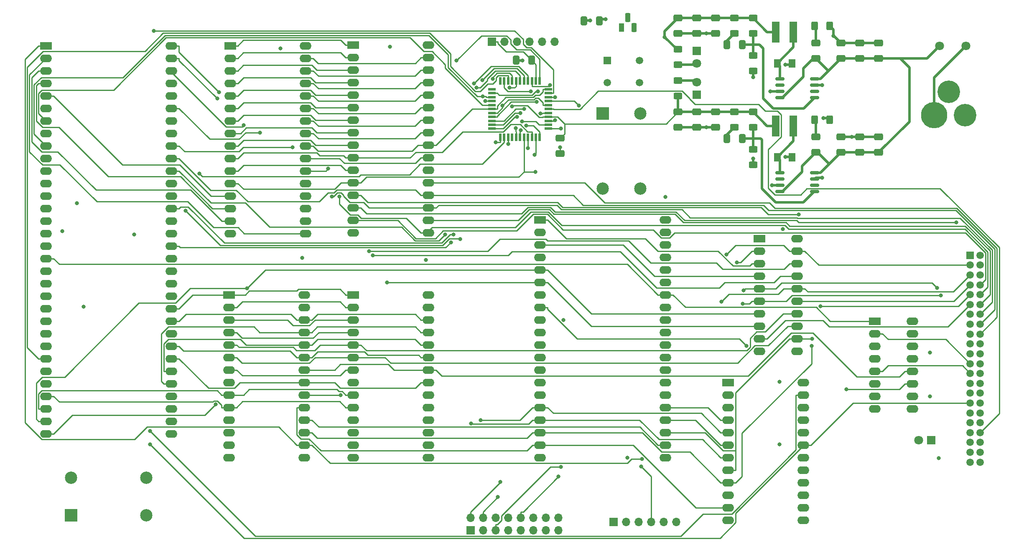
<source format=gtl>
%TF.GenerationSoftware,KiCad,Pcbnew,6.0.1+dfsg-1~bpo11+1*%
%TF.CreationDate,2022-02-25T05:17:48-06:00*%
%TF.ProjectId,raven68k-rev1,72617665-6e36-4386-9b2d-726576312e6b,rev?*%
%TF.SameCoordinates,Original*%
%TF.FileFunction,Copper,L1,Top*%
%TF.FilePolarity,Positive*%
%FSLAX46Y46*%
G04 Gerber Fmt 4.6, Leading zero omitted, Abs format (unit mm)*
G04 Created by KiCad (PCBNEW 6.0.1+dfsg-1~bpo11+1) date 2022-02-25 05:17:48*
%MOMM*%
%LPD*%
G01*
G04 APERTURE LIST*
G04 Aperture macros list*
%AMRoundRect*
0 Rectangle with rounded corners*
0 $1 Rounding radius*
0 $2 $3 $4 $5 $6 $7 $8 $9 X,Y pos of 4 corners*
0 Add a 4 corners polygon primitive as box body*
4,1,4,$2,$3,$4,$5,$6,$7,$8,$9,$2,$3,0*
0 Add four circle primitives for the rounded corners*
1,1,$1+$1,$2,$3*
1,1,$1+$1,$4,$5*
1,1,$1+$1,$6,$7*
1,1,$1+$1,$8,$9*
0 Add four rect primitives between the rounded corners*
20,1,$1+$1,$2,$3,$4,$5,0*
20,1,$1+$1,$4,$5,$6,$7,0*
20,1,$1+$1,$6,$7,$8,$9,0*
20,1,$1+$1,$8,$9,$2,$3,0*%
G04 Aperture macros list end*
%TA.AperFunction,SMDPad,CuDef*%
%ADD10R,1.500000X0.550000*%
%TD*%
%TA.AperFunction,SMDPad,CuDef*%
%ADD11R,0.550000X1.500000*%
%TD*%
%TA.AperFunction,ComponentPad*%
%ADD12R,1.700000X1.700000*%
%TD*%
%TA.AperFunction,ComponentPad*%
%ADD13O,1.700000X1.700000*%
%TD*%
%TA.AperFunction,SMDPad,CuDef*%
%ADD14RoundRect,0.250000X-0.412500X-0.650000X0.412500X-0.650000X0.412500X0.650000X-0.412500X0.650000X0*%
%TD*%
%TA.AperFunction,SMDPad,CuDef*%
%ADD15RoundRect,0.250000X0.650000X-0.412500X0.650000X0.412500X-0.650000X0.412500X-0.650000X-0.412500X0*%
%TD*%
%TA.AperFunction,SMDPad,CuDef*%
%ADD16RoundRect,0.250000X-0.650000X0.412500X-0.650000X-0.412500X0.650000X-0.412500X0.650000X0.412500X0*%
%TD*%
%TA.AperFunction,ComponentPad*%
%ADD17R,2.400000X1.600000*%
%TD*%
%TA.AperFunction,ComponentPad*%
%ADD18O,2.400000X1.600000*%
%TD*%
%TA.AperFunction,ComponentPad*%
%ADD19R,2.500000X2.500000*%
%TD*%
%TA.AperFunction,ComponentPad*%
%ADD20C,2.500000*%
%TD*%
%TA.AperFunction,ComponentPad*%
%ADD21R,1.500000X1.500000*%
%TD*%
%TA.AperFunction,ComponentPad*%
%ADD22C,1.500000*%
%TD*%
%TA.AperFunction,ComponentPad*%
%ADD23R,1.800000X1.800000*%
%TD*%
%TA.AperFunction,ComponentPad*%
%ADD24C,1.800000*%
%TD*%
%TA.AperFunction,SMDPad,CuDef*%
%ADD25RoundRect,0.250000X-0.625000X0.400000X-0.625000X-0.400000X0.625000X-0.400000X0.625000X0.400000X0*%
%TD*%
%TA.AperFunction,SMDPad,CuDef*%
%ADD26RoundRect,0.150000X-0.800000X-0.150000X0.800000X-0.150000X0.800000X0.150000X-0.800000X0.150000X0*%
%TD*%
%TA.AperFunction,SMDPad,CuDef*%
%ADD27RoundRect,0.250000X-0.400000X-0.625000X0.400000X-0.625000X0.400000X0.625000X-0.400000X0.625000X0*%
%TD*%
%TA.AperFunction,SMDPad,CuDef*%
%ADD28RoundRect,0.250001X-0.462499X-0.624999X0.462499X-0.624999X0.462499X0.624999X-0.462499X0.624999X0*%
%TD*%
%TA.AperFunction,ComponentPad*%
%ADD29C,5.340000*%
%TD*%
%TA.AperFunction,ComponentPad*%
%ADD30C,4.575000*%
%TD*%
%TA.AperFunction,ComponentPad*%
%ADD31R,1.100000X1.800000*%
%TD*%
%TA.AperFunction,ComponentPad*%
%ADD32RoundRect,0.275000X-0.275000X-0.625000X0.275000X-0.625000X0.275000X0.625000X-0.275000X0.625000X0*%
%TD*%
%TA.AperFunction,SMDPad,CuDef*%
%ADD33RoundRect,0.250000X0.625000X-0.400000X0.625000X0.400000X-0.625000X0.400000X-0.625000X-0.400000X0*%
%TD*%
%TA.AperFunction,SMDPad,CuDef*%
%ADD34R,1.500000X4.200000*%
%TD*%
%TA.AperFunction,ViaPad*%
%ADD35C,0.800000*%
%TD*%
%TA.AperFunction,Conductor*%
%ADD36C,0.500000*%
%TD*%
%TA.AperFunction,Conductor*%
%ADD37C,0.250000*%
%TD*%
G04 APERTURE END LIST*
D10*
%TO.P,U3,1,P1/GCK3*%
%TO.N,unconnected-(U3-Pad1)*%
X136286000Y-54801000D03*
%TO.P,U3,2,P2*%
%TO.N,~{RTC_CS}*%
X136286000Y-55601000D03*
%TO.P,U3,3,P3*%
%TO.N,R~{W}*%
X136286000Y-56401000D03*
%TO.P,U3,4,GND*%
%TO.N,GND*%
X136286000Y-57201000D03*
%TO.P,U3,5,P5*%
%TO.N,~{UDS}*%
X136286000Y-58001000D03*
%TO.P,U3,6,P6*%
%TO.N,~{OE}*%
X136286000Y-58801000D03*
%TO.P,U3,7,P7*%
%TO.N,~{AS}*%
X136286000Y-59601000D03*
%TO.P,U3,8,P8*%
%TO.N,~{RESET}*%
X136286000Y-60401000D03*
%TO.P,U3,9,TDI*%
%TO.N,Net-(J1-Pad6)*%
X136286000Y-61201000D03*
%TO.P,U3,10,TMS*%
%TO.N,Net-(J1-Pad5)*%
X136286000Y-62001000D03*
%TO.P,U3,11,TCK*%
%TO.N,Net-(J1-Pad4)*%
X136286000Y-62801000D03*
D11*
%TO.P,U3,12,P12*%
%TO.N,A20*%
X137986000Y-64501000D03*
%TO.P,U3,13,P13*%
%TO.N,A21*%
X138786000Y-64501000D03*
%TO.P,U3,14,P14*%
%TO.N,A22*%
X139586000Y-64501000D03*
%TO.P,U3,15,VCC*%
%TO.N,unconnected-(U3-Pad15)*%
X140386000Y-64501000D03*
%TO.P,U3,16,P16*%
%TO.N,A23*%
X141186000Y-64501000D03*
%TO.P,U3,17,GND*%
%TO.N,GND*%
X141986000Y-64501000D03*
%TO.P,U3,18,P18*%
%TO.N,A1*%
X142786000Y-64501000D03*
%TO.P,U3,19,p19*%
%TO.N,A2*%
X143586000Y-64501000D03*
%TO.P,U3,20,p20*%
%TO.N,A3*%
X144386000Y-64501000D03*
%TO.P,U3,21,P21*%
%TO.N,A4*%
X145186000Y-64501000D03*
%TO.P,U3,22,P22*%
%TO.N,~{CPU_DTACK}*%
X145986000Y-64501000D03*
D10*
%TO.P,U3,23,P23*%
%TO.N,~{DUART_CS}*%
X147686000Y-62801000D03*
%TO.P,U3,24,TDO*%
%TO.N,Net-(J1-Pad3)*%
X147686000Y-62001000D03*
%TO.P,U3,25,GND*%
%TO.N,GND*%
X147686000Y-61201000D03*
%TO.P,U3,26,VCCIO*%
%TO.N,+3V3*%
X147686000Y-60401000D03*
%TO.P,U3,27,P27*%
%TO.N,~{DUART_DTACK}*%
X147686000Y-59601000D03*
%TO.P,U3,28,P28*%
%TO.N,~{IDE_CS2}*%
X147686000Y-58801000D03*
%TO.P,U3,29,P29*%
%TO.N,~{AS}*%
X147686000Y-58001000D03*
%TO.P,U3,30,P30*%
%TO.N,NOT_AS*%
X147686000Y-57201000D03*
%TO.P,U3,31,P31*%
%TO.N,NOT_LDS*%
X147686000Y-56401000D03*
%TO.P,U3,32,P32*%
%TO.N,~{LDS}*%
X147686000Y-55601000D03*
%TO.P,U3,33,P33/GSR*%
%TO.N,~{OE}*%
X147686000Y-54801000D03*
D11*
%TO.P,U3,34,P34/GTS2*%
%TO.N,~{RAM_LCE}*%
X145986000Y-53101000D03*
%TO.P,U3,35,VCC*%
%TO.N,+3V3*%
X145186000Y-53101000D03*
%TO.P,U3,36,P36/GTS1*%
%TO.N,~{IDE_CS1}*%
X144386000Y-53101000D03*
%TO.P,U3,37,P37*%
%TO.N,~{RAM_UCE}*%
X143586000Y-53101000D03*
%TO.P,U3,38,P38*%
%TO.N,~{ROM_LCE}*%
X142786000Y-53101000D03*
%TO.P,U3,39,P39*%
%TO.N,~{ROM_UCE}*%
X141986000Y-53101000D03*
%TO.P,U3,40,P40*%
%TO.N,FC0*%
X141186000Y-53101000D03*
%TO.P,U3,41,P41*%
%TO.N,FC1*%
X140386000Y-53101000D03*
%TO.P,U3,42,P42*%
%TO.N,FC2*%
X139586000Y-53101000D03*
%TO.P,U3,43,P43/GCK1*%
%TO.N,~{DUART_IACK}*%
X138786000Y-53101000D03*
%TO.P,U3,44,P44/GCK2*%
%TO.N,unconnected-(U3-Pad44)*%
X137986000Y-53101000D03*
%TD*%
D12*
%TO.P,J1,1,Pin_1*%
%TO.N,+3V3*%
X136271000Y-45148500D03*
D13*
%TO.P,J1,2,Pin_2*%
%TO.N,GND*%
X138811000Y-45148500D03*
%TO.P,J1,3,Pin_3*%
%TO.N,Net-(J1-Pad3)*%
X141351000Y-45148500D03*
%TO.P,J1,4,Pin_4*%
%TO.N,Net-(J1-Pad4)*%
X143891000Y-45148500D03*
%TO.P,J1,5,Pin_5*%
%TO.N,Net-(J1-Pad5)*%
X146431000Y-45148500D03*
%TO.P,J1,6,Pin_6*%
%TO.N,Net-(J1-Pad6)*%
X148971000Y-45148500D03*
%TD*%
D14*
%TO.P,C3,1*%
%TO.N,GND*%
X141185500Y-48895000D03*
%TO.P,C3,2*%
%TO.N,+3V3*%
X144310500Y-48895000D03*
%TD*%
D15*
%TO.P,C4,1*%
%TO.N,GND*%
X150114000Y-67856500D03*
%TO.P,C4,2*%
%TO.N,+3V3*%
X150114000Y-64731500D03*
%TD*%
D16*
%TO.P,C12,1*%
%TO.N,GND*%
X214630000Y-45427500D03*
%TO.P,C12,2*%
%TO.N,Net-(C12-Pad2)*%
X214630000Y-48552500D03*
%TD*%
%TO.P,C13,1*%
%TO.N,GND*%
X214630000Y-64477500D03*
%TO.P,C13,2*%
%TO.N,Net-(C12-Pad2)*%
X214630000Y-67602500D03*
%TD*%
%TO.P,C14,1*%
%TO.N,GND*%
X210820000Y-45427500D03*
%TO.P,C14,2*%
%TO.N,Net-(C12-Pad2)*%
X210820000Y-48552500D03*
%TD*%
%TO.P,C15,1*%
%TO.N,GND*%
X210820000Y-64477500D03*
%TO.P,C15,2*%
%TO.N,Net-(C12-Pad2)*%
X210820000Y-67602500D03*
%TD*%
%TO.P,C16,1*%
%TO.N,GND*%
X207010000Y-45427500D03*
%TO.P,C16,2*%
%TO.N,Net-(C12-Pad2)*%
X207010000Y-48552500D03*
%TD*%
%TO.P,C17,1*%
%TO.N,GND*%
X207010000Y-64477500D03*
%TO.P,C17,2*%
%TO.N,Net-(C12-Pad2)*%
X207010000Y-67602500D03*
%TD*%
%TO.P,C18,1*%
%TO.N,Net-(C18-Pad1)*%
X201930000Y-45427500D03*
%TO.P,C18,2*%
%TO.N,Net-(C12-Pad2)*%
X201930000Y-48552500D03*
%TD*%
%TO.P,C19,1*%
%TO.N,Net-(C19-Pad1)*%
X201930000Y-64477500D03*
%TO.P,C19,2*%
%TO.N,Net-(C12-Pad2)*%
X201930000Y-67602500D03*
%TD*%
D14*
%TO.P,C20,1*%
%TO.N,Net-(C20-Pad1)*%
X183857500Y-45720000D03*
%TO.P,C20,2*%
%TO.N,Net-(C20-Pad2)*%
X186982500Y-45720000D03*
%TD*%
%TO.P,C21,1*%
%TO.N,Net-(C21-Pad1)*%
X183857500Y-64770000D03*
%TO.P,C21,2*%
%TO.N,Net-(C21-Pad2)*%
X186982500Y-64770000D03*
%TD*%
D15*
%TO.P,C22,1*%
%TO.N,GND*%
X181610000Y-43472500D03*
%TO.P,C22,2*%
%TO.N,+5V*%
X181610000Y-40347500D03*
%TD*%
%TO.P,C23,1*%
%TO.N,GND*%
X181610000Y-62522500D03*
%TO.P,C23,2*%
%TO.N,+3V3*%
X181610000Y-59397500D03*
%TD*%
%TO.P,C24,1*%
%TO.N,GND*%
X177800000Y-43472500D03*
%TO.P,C24,2*%
%TO.N,+5V*%
X177800000Y-40347500D03*
%TD*%
%TO.P,C25,1*%
%TO.N,GND*%
X177800000Y-62522500D03*
%TO.P,C25,2*%
%TO.N,+3V3*%
X177800000Y-59397500D03*
%TD*%
%TO.P,C26,1*%
%TO.N,GND*%
X173990000Y-43472500D03*
%TO.P,C26,2*%
%TO.N,+5V*%
X173990000Y-40347500D03*
%TD*%
%TO.P,C27,1*%
%TO.N,GND*%
X173990000Y-62522500D03*
%TO.P,C27,2*%
%TO.N,+3V3*%
X173990000Y-59397500D03*
%TD*%
D17*
%TO.P,U4,1,RS1*%
%TO.N,A1*%
X146050000Y-81285000D03*
D18*
%TO.P,U4,2,IP3*%
%TO.N,IP3*%
X146050000Y-83825000D03*
%TO.P,U4,3,RS2*%
%TO.N,A2*%
X146050000Y-86365000D03*
%TO.P,U4,4,IP1*%
%TO.N,IP1*%
X146050000Y-88905000D03*
%TO.P,U4,5,RS3*%
%TO.N,A3*%
X146050000Y-91445000D03*
%TO.P,U4,6,RS4*%
%TO.N,A4*%
X146050000Y-93985000D03*
%TO.P,U4,7,IP0*%
%TO.N,IP0*%
X146050000Y-96525000D03*
%TO.P,U4,8,R/W*%
%TO.N,R~{W}*%
X146050000Y-99065000D03*
%TO.P,U4,9,DTACK*%
%TO.N,~{DUART_DTACK}*%
X146050000Y-101605000D03*
%TO.P,U4,10,RXDB*%
%TO.N,RxDB*%
X146050000Y-104145000D03*
%TO.P,U4,11,TXDB*%
%TO.N,TxDB*%
X146050000Y-106685000D03*
%TO.P,U4,12,OP1*%
%TO.N,OP1*%
X146050000Y-109225000D03*
%TO.P,U4,13,OP3*%
%TO.N,OP3*%
X146050000Y-111765000D03*
%TO.P,U4,14,OP5*%
%TO.N,OP5*%
X146050000Y-114305000D03*
%TO.P,U4,15,OP7*%
%TO.N,OP7*%
X146050000Y-116845000D03*
%TO.P,U4,16,D1*%
%TO.N,D1*%
X146050000Y-119385000D03*
%TO.P,U4,17,D3*%
%TO.N,D3*%
X146050000Y-121925000D03*
%TO.P,U4,18,D5*%
%TO.N,D5*%
X146050000Y-124465000D03*
%TO.P,U4,19,D7*%
%TO.N,D7*%
X146050000Y-127005000D03*
%TO.P,U4,20,GND*%
%TO.N,GND*%
X146050000Y-129545000D03*
%TO.P,U4,21,IRQ*%
%TO.N,~{IPL0}*%
X171450000Y-129545000D03*
%TO.P,U4,22,D6*%
%TO.N,D6*%
X171450000Y-127005000D03*
%TO.P,U4,23,D4*%
%TO.N,D4*%
X171450000Y-124465000D03*
%TO.P,U4,24,D2*%
%TO.N,D2*%
X171450000Y-121925000D03*
%TO.P,U4,25,D0*%
%TO.N,D0*%
X171450000Y-119385000D03*
%TO.P,U4,26,OP6*%
%TO.N,OP6*%
X171450000Y-116845000D03*
%TO.P,U4,27,OP4*%
%TO.N,OP4*%
X171450000Y-114305000D03*
%TO.P,U4,28,OP2*%
%TO.N,OP2*%
X171450000Y-111765000D03*
%TO.P,U4,29,OP0*%
%TO.N,OP0*%
X171450000Y-109225000D03*
%TO.P,U4,30,TXDA*%
%TO.N,RxDA*%
X171450000Y-106685000D03*
%TO.P,U4,31,RXDA*%
%TO.N,TxDA*%
X171450000Y-104145000D03*
%TO.P,U4,32,X1/CLK*%
%TO.N,Net-(U4-Pad32)*%
X171450000Y-101605000D03*
%TO.P,U4,33,X2*%
%TO.N,unconnected-(U4-Pad33)*%
X171450000Y-99065000D03*
%TO.P,U4,34,RESET*%
%TO.N,~{RESET}*%
X171450000Y-96525000D03*
%TO.P,U4,35,CS*%
%TO.N,~{DUART_CS}*%
X171450000Y-93985000D03*
%TO.P,U4,36,IP2*%
%TO.N,IP2*%
X171450000Y-91445000D03*
%TO.P,U4,37,IACK*%
%TO.N,~{DUART_IACK}*%
X171450000Y-88905000D03*
%TO.P,U4,38,IP5*%
%TO.N,IP5*%
X171450000Y-86365000D03*
%TO.P,U4,39,IP4*%
%TO.N,IP4*%
X171450000Y-83825000D03*
%TO.P,U4,40,VCC*%
%TO.N,+5V*%
X171450000Y-81285000D03*
%TD*%
D17*
%TO.P,U2,1,D4*%
%TO.N,D4*%
X45974000Y-45969000D03*
D18*
%TO.P,U2,2,D3*%
%TO.N,D3*%
X45974000Y-48509000D03*
%TO.P,U2,3,D2*%
%TO.N,D2*%
X45974000Y-51049000D03*
%TO.P,U2,4,D1*%
%TO.N,D1*%
X45974000Y-53589000D03*
%TO.P,U2,5,D0*%
%TO.N,D0*%
X45974000Y-56129000D03*
%TO.P,U2,6,AS*%
%TO.N,~{AS}*%
X45974000Y-58669000D03*
%TO.P,U2,7,UDS*%
%TO.N,~{UDS}*%
X45974000Y-61209000D03*
%TO.P,U2,8,LDS*%
%TO.N,~{LDS}*%
X45974000Y-63749000D03*
%TO.P,U2,9,R/W*%
%TO.N,R~{W}*%
X45974000Y-66289000D03*
%TO.P,U2,10,DTACK*%
%TO.N,~{CPU_DTACK}*%
X45974000Y-68829000D03*
%TO.P,U2,11,BG*%
%TO.N,Net-(R2-Pad2)*%
X45974000Y-71369000D03*
%TO.P,U2,12,BGACK*%
%TO.N,Net-(R1-Pad2)*%
X45974000Y-73909000D03*
%TO.P,U2,13,BR*%
%TO.N,Net-(R3-Pad2)*%
X45974000Y-76449000D03*
%TO.P,U2,14,VCC*%
%TO.N,+5V*%
X45974000Y-78989000D03*
%TO.P,U2,15,CLK*%
%TO.N,Net-(U2-Pad15)*%
X45974000Y-81529000D03*
%TO.P,U2,16,GND*%
%TO.N,GND*%
X45974000Y-84069000D03*
%TO.P,U2,17,HALT*%
%TO.N,~{RESET}*%
X45974000Y-86609000D03*
%TO.P,U2,18,RESET*%
X45974000Y-89149000D03*
%TO.P,U2,19,VMA*%
%TO.N,unconnected-(U2-Pad19)*%
X45974000Y-91689000D03*
%TO.P,U2,20,E*%
%TO.N,unconnected-(U2-Pad20)*%
X45974000Y-94229000D03*
%TO.P,U2,21,VPA*%
%TO.N,Net-(R4-Pad2)*%
X45974000Y-96769000D03*
%TO.P,U2,22,BERR*%
%TO.N,Net-(R5-Pad2)*%
X45974000Y-99309000D03*
%TO.P,U2,23,IPL2*%
%TO.N,~{IPL2}*%
X45974000Y-101849000D03*
%TO.P,U2,24,IPL1*%
%TO.N,~{IPL1}*%
X45974000Y-104389000D03*
%TO.P,U2,25,IPL0*%
%TO.N,~{IPL0}*%
X45974000Y-106929000D03*
%TO.P,U2,26,FC2*%
%TO.N,FC2*%
X45974000Y-109469000D03*
%TO.P,U2,27,FC1*%
%TO.N,FC1*%
X45974000Y-112009000D03*
%TO.P,U2,28,FC0*%
%TO.N,FC0*%
X45974000Y-114549000D03*
%TO.P,U2,29,A1*%
%TO.N,A1*%
X45974000Y-117089000D03*
%TO.P,U2,30,A2*%
%TO.N,A2*%
X45974000Y-119629000D03*
%TO.P,U2,31,A3*%
%TO.N,A3*%
X45974000Y-122169000D03*
%TO.P,U2,32,A4*%
%TO.N,A4*%
X45974000Y-124709000D03*
%TO.P,U2,33,A5*%
%TO.N,A5*%
X71374000Y-124709000D03*
%TO.P,U2,34,A6*%
%TO.N,A6*%
X71374000Y-122169000D03*
%TO.P,U2,35,A7*%
%TO.N,A7*%
X71374000Y-119629000D03*
%TO.P,U2,36,A8*%
%TO.N,A8*%
X71374000Y-117089000D03*
%TO.P,U2,37,A9*%
%TO.N,A9*%
X71374000Y-114549000D03*
%TO.P,U2,38,A10*%
%TO.N,A10*%
X71374000Y-112009000D03*
%TO.P,U2,39,A11*%
%TO.N,A11*%
X71374000Y-109469000D03*
%TO.P,U2,40,A12*%
%TO.N,A12*%
X71374000Y-106929000D03*
%TO.P,U2,41,A13*%
%TO.N,A13*%
X71374000Y-104389000D03*
%TO.P,U2,42,A14*%
%TO.N,A14*%
X71374000Y-101849000D03*
%TO.P,U2,43,A15*%
%TO.N,A15*%
X71374000Y-99309000D03*
%TO.P,U2,44,A16*%
%TO.N,A16*%
X71374000Y-96769000D03*
%TO.P,U2,45,A17*%
%TO.N,A17*%
X71374000Y-94229000D03*
%TO.P,U2,46,A18*%
%TO.N,A18*%
X71374000Y-91689000D03*
%TO.P,U2,47,A19*%
%TO.N,A19*%
X71374000Y-89149000D03*
%TO.P,U2,48,A20*%
%TO.N,A20*%
X71374000Y-86609000D03*
%TO.P,U2,49,VCC*%
%TO.N,+5V*%
X71374000Y-84069000D03*
%TO.P,U2,50,A21*%
%TO.N,A21*%
X71374000Y-81529000D03*
%TO.P,U2,51,A22*%
%TO.N,A22*%
X71374000Y-78989000D03*
%TO.P,U2,52,A23*%
%TO.N,A23*%
X71374000Y-76449000D03*
%TO.P,U2,53,GND*%
%TO.N,GND*%
X71374000Y-73909000D03*
%TO.P,U2,54,D15*%
%TO.N,D15*%
X71374000Y-71369000D03*
%TO.P,U2,55,D14*%
%TO.N,D14*%
X71374000Y-68829000D03*
%TO.P,U2,56,D13*%
%TO.N,D13*%
X71374000Y-66289000D03*
%TO.P,U2,57,D12*%
%TO.N,D12*%
X71374000Y-63749000D03*
%TO.P,U2,58,D11*%
%TO.N,D11*%
X71374000Y-61209000D03*
%TO.P,U2,59,D10*%
%TO.N,D10*%
X71374000Y-58669000D03*
%TO.P,U2,60,D9*%
%TO.N,D9*%
X71374000Y-56129000D03*
%TO.P,U2,61,D8*%
%TO.N,D8*%
X71374000Y-53589000D03*
%TO.P,U2,62,D7*%
%TO.N,D7*%
X71374000Y-51049000D03*
%TO.P,U2,63,D6*%
%TO.N,D6*%
X71374000Y-48509000D03*
%TO.P,U2,64,D5*%
%TO.N,D5*%
X71374000Y-45969000D03*
%TD*%
D17*
%TO.P,U5,1,OE*%
%TO.N,GND*%
X190510000Y-85095000D03*
D18*
%TO.P,U5,2,O0*%
%TO.N,D0*%
X190510000Y-87635000D03*
%TO.P,U5,3,D0*%
%TO.N,A1*%
X190510000Y-90175000D03*
%TO.P,U5,4,D1*%
%TO.N,A2*%
X190510000Y-92715000D03*
%TO.P,U5,5,O1*%
%TO.N,D1*%
X190510000Y-95255000D03*
%TO.P,U5,6,O2*%
%TO.N,D2*%
X190510000Y-97795000D03*
%TO.P,U5,7,D2*%
%TO.N,A3*%
X190510000Y-100335000D03*
%TO.P,U5,8,D3*%
%TO.N,A4*%
X190510000Y-102875000D03*
%TO.P,U5,9,O3*%
%TO.N,D3*%
X190510000Y-105415000D03*
%TO.P,U5,10,GND*%
%TO.N,GND*%
X190510000Y-107955000D03*
%TO.P,U5,11,LE*%
%TO.N,NOT_AS*%
X198130000Y-107955000D03*
%TO.P,U5,12,O4*%
%TO.N,D4*%
X198130000Y-105415000D03*
%TO.P,U5,13,D4*%
%TO.N,A5*%
X198130000Y-102875000D03*
%TO.P,U5,14,D5*%
%TO.N,A6*%
X198130000Y-100335000D03*
%TO.P,U5,15,O5*%
%TO.N,D5*%
X198130000Y-97795000D03*
%TO.P,U5,16,O6*%
%TO.N,D6*%
X198130000Y-95255000D03*
%TO.P,U5,17,D6*%
%TO.N,A7*%
X198130000Y-92715000D03*
%TO.P,U5,18,D7*%
%TO.N,A8*%
X198130000Y-90175000D03*
%TO.P,U5,19,O7*%
%TO.N,D7*%
X198130000Y-87635000D03*
%TO.P,U5,20,VCC*%
%TO.N,+5V*%
X198130000Y-85095000D03*
%TD*%
D12*
%TO.P,U6,1,+5V*%
%TO.N,unconnected-(U6-Pad1)*%
X160909000Y-142621000D03*
D13*
%TO.P,U6,2,GND*%
%TO.N,GND*%
X163449000Y-142621000D03*
%TO.P,U6,3,TxD*%
%TO.N,TxDA*%
X165989000Y-142621000D03*
%TO.P,U6,4,RxD*%
%TO.N,RxDA*%
X168529000Y-142621000D03*
%TO.P,U6,5,DTR*%
%TO.N,unconnected-(U6-Pad5)*%
X171069000Y-142621000D03*
%TO.P,U6,6,3V3*%
%TO.N,unconnected-(U6-Pad6)*%
X173609000Y-142621000D03*
%TD*%
D19*
%TO.P,X2,1,EN*%
%TO.N,unconnected-(X2-Pad1)*%
X158750000Y-59690000D03*
D20*
%TO.P,X2,7,GND*%
%TO.N,GND*%
X158750000Y-74930000D03*
%TO.P,X2,8,OUT*%
%TO.N,Net-(U4-Pad32)*%
X166370000Y-74930000D03*
%TO.P,X2,14,Vcc*%
%TO.N,+5V*%
X166370000Y-59690000D03*
%TD*%
D17*
%TO.P,U10,1,A14*%
%TO.N,A15*%
X108199000Y-96505000D03*
D18*
%TO.P,U10,2,A12*%
%TO.N,A13*%
X108199000Y-99045000D03*
%TO.P,U10,3,A7*%
%TO.N,A8*%
X108199000Y-101585000D03*
%TO.P,U10,4,A6*%
%TO.N,A7*%
X108199000Y-104125000D03*
%TO.P,U10,5,A5*%
%TO.N,A6*%
X108199000Y-106665000D03*
%TO.P,U10,6,A4*%
%TO.N,A5*%
X108199000Y-109205000D03*
%TO.P,U10,7,A3*%
%TO.N,A4*%
X108199000Y-111745000D03*
%TO.P,U10,8,A2*%
%TO.N,A3*%
X108199000Y-114285000D03*
%TO.P,U10,9,A1*%
%TO.N,A2*%
X108199000Y-116825000D03*
%TO.P,U10,10,A0*%
%TO.N,A1*%
X108199000Y-119365000D03*
%TO.P,U10,11,D0*%
%TO.N,D8*%
X108199000Y-121905000D03*
%TO.P,U10,12,D1*%
%TO.N,D9*%
X108199000Y-124445000D03*
%TO.P,U10,13,D2*%
%TO.N,D10*%
X108199000Y-126985000D03*
%TO.P,U10,14,GND*%
%TO.N,GND*%
X108199000Y-129525000D03*
%TO.P,U10,15,D3*%
%TO.N,D11*%
X123439000Y-129525000D03*
%TO.P,U10,16,D4*%
%TO.N,D12*%
X123439000Y-126985000D03*
%TO.P,U10,17,D5*%
%TO.N,D13*%
X123439000Y-124445000D03*
%TO.P,U10,18,D6*%
%TO.N,D14*%
X123439000Y-121905000D03*
%TO.P,U10,19,D7*%
%TO.N,D15*%
X123439000Y-119365000D03*
%TO.P,U10,20,~{CS}*%
%TO.N,~{ROM_UCE}*%
X123439000Y-116825000D03*
%TO.P,U10,21,A10*%
%TO.N,A11*%
X123439000Y-114285000D03*
%TO.P,U10,22,~{OE}*%
%TO.N,~{OE}*%
X123439000Y-111745000D03*
%TO.P,U10,23,A11*%
%TO.N,A12*%
X123439000Y-109205000D03*
%TO.P,U10,24,A9*%
%TO.N,A10*%
X123439000Y-106665000D03*
%TO.P,U10,25,A8*%
%TO.N,A9*%
X123439000Y-104125000D03*
%TO.P,U10,26,A13*%
%TO.N,A14*%
X123439000Y-101585000D03*
%TO.P,U10,27,~{WE}*%
%TO.N,+5V*%
X123439000Y-99045000D03*
%TO.P,U10,28,VCC*%
X123439000Y-96505000D03*
%TD*%
D17*
%TO.P,U11,1,A14*%
%TO.N,A15*%
X83053000Y-96505000D03*
D18*
%TO.P,U11,2,A12*%
%TO.N,A13*%
X83053000Y-99045000D03*
%TO.P,U11,3,A7*%
%TO.N,A8*%
X83053000Y-101585000D03*
%TO.P,U11,4,A6*%
%TO.N,A7*%
X83053000Y-104125000D03*
%TO.P,U11,5,A5*%
%TO.N,A6*%
X83053000Y-106665000D03*
%TO.P,U11,6,A4*%
%TO.N,A5*%
X83053000Y-109205000D03*
%TO.P,U11,7,A3*%
%TO.N,A4*%
X83053000Y-111745000D03*
%TO.P,U11,8,A2*%
%TO.N,A3*%
X83053000Y-114285000D03*
%TO.P,U11,9,A1*%
%TO.N,A2*%
X83053000Y-116825000D03*
%TO.P,U11,10,A0*%
%TO.N,A1*%
X83053000Y-119365000D03*
%TO.P,U11,11,D0*%
%TO.N,D0*%
X83053000Y-121905000D03*
%TO.P,U11,12,D1*%
%TO.N,D1*%
X83053000Y-124445000D03*
%TO.P,U11,13,D2*%
%TO.N,D2*%
X83053000Y-126985000D03*
%TO.P,U11,14,GND*%
%TO.N,GND*%
X83053000Y-129525000D03*
%TO.P,U11,15,D3*%
%TO.N,D3*%
X98293000Y-129525000D03*
%TO.P,U11,16,D4*%
%TO.N,D4*%
X98293000Y-126985000D03*
%TO.P,U11,17,D5*%
%TO.N,D5*%
X98293000Y-124445000D03*
%TO.P,U11,18,D6*%
%TO.N,D6*%
X98293000Y-121905000D03*
%TO.P,U11,19,D7*%
%TO.N,D7*%
X98293000Y-119365000D03*
%TO.P,U11,20,~{CS}*%
%TO.N,~{ROM_LCE}*%
X98293000Y-116825000D03*
%TO.P,U11,21,A10*%
%TO.N,A11*%
X98293000Y-114285000D03*
%TO.P,U11,22,~{OE}*%
%TO.N,~{OE}*%
X98293000Y-111745000D03*
%TO.P,U11,23,A11*%
%TO.N,A12*%
X98293000Y-109205000D03*
%TO.P,U11,24,A9*%
%TO.N,A10*%
X98293000Y-106665000D03*
%TO.P,U11,25,A8*%
%TO.N,A9*%
X98293000Y-104125000D03*
%TO.P,U11,26,A13*%
%TO.N,A14*%
X98293000Y-101585000D03*
%TO.P,U11,27,~{WE}*%
%TO.N,+5V*%
X98293000Y-99045000D03*
%TO.P,U11,28,VCC*%
X98293000Y-96505000D03*
%TD*%
D17*
%TO.P,U9,1,A18*%
%TO.N,A19*%
X108199000Y-45847000D03*
D18*
%TO.P,U9,2,A16*%
%TO.N,A17*%
X108199000Y-48387000D03*
%TO.P,U9,3,A14*%
%TO.N,A15*%
X108199000Y-50927000D03*
%TO.P,U9,4,A12*%
%TO.N,A13*%
X108199000Y-53467000D03*
%TO.P,U9,5,A7*%
%TO.N,A8*%
X108199000Y-56007000D03*
%TO.P,U9,6,A6*%
%TO.N,A7*%
X108199000Y-58547000D03*
%TO.P,U9,7,A5*%
%TO.N,A6*%
X108199000Y-61087000D03*
%TO.P,U9,8,A4*%
%TO.N,A5*%
X108199000Y-63627000D03*
%TO.P,U9,9,A3*%
%TO.N,A4*%
X108199000Y-66167000D03*
%TO.P,U9,10,A2*%
%TO.N,A3*%
X108199000Y-68707000D03*
%TO.P,U9,11,A1*%
%TO.N,A2*%
X108199000Y-71247000D03*
%TO.P,U9,12,A0*%
%TO.N,A1*%
X108199000Y-73787000D03*
%TO.P,U9,13,D0*%
%TO.N,D8*%
X108199000Y-76327000D03*
%TO.P,U9,14,D1*%
%TO.N,D9*%
X108199000Y-78867000D03*
%TO.P,U9,15,D2*%
%TO.N,D10*%
X108199000Y-81407000D03*
%TO.P,U9,16,VSS*%
%TO.N,GND*%
X108199000Y-83947000D03*
%TO.P,U9,17,D3*%
%TO.N,D11*%
X123439000Y-83947000D03*
%TO.P,U9,18,D4*%
%TO.N,D12*%
X123439000Y-81407000D03*
%TO.P,U9,19,D5*%
%TO.N,D13*%
X123439000Y-78867000D03*
%TO.P,U9,20,D6*%
%TO.N,D14*%
X123439000Y-76327000D03*
%TO.P,U9,21,D7*%
%TO.N,D15*%
X123439000Y-73787000D03*
%TO.P,U9,22,/CE*%
%TO.N,~{RAM_UCE}*%
X123439000Y-71247000D03*
%TO.P,U9,23,A10*%
%TO.N,A11*%
X123439000Y-68707000D03*
%TO.P,U9,24,/OE*%
%TO.N,~{OE}*%
X123439000Y-66167000D03*
%TO.P,U9,25,A11*%
%TO.N,A12*%
X123439000Y-63627000D03*
%TO.P,U9,26,A9*%
%TO.N,A10*%
X123439000Y-61087000D03*
%TO.P,U9,27,A8*%
%TO.N,A9*%
X123439000Y-58547000D03*
%TO.P,U9,28,A13*%
%TO.N,A14*%
X123439000Y-56007000D03*
%TO.P,U9,29,/WE*%
%TO.N,~{WE}*%
X123439000Y-53467000D03*
%TO.P,U9,30,A17*%
%TO.N,A18*%
X123439000Y-50927000D03*
%TO.P,U9,31,A15*%
%TO.N,A16*%
X123439000Y-48387000D03*
%TO.P,U9,32,VCC*%
%TO.N,+5V*%
X123439000Y-45847000D03*
%TD*%
D17*
%TO.P,U8,1,A18*%
%TO.N,A19*%
X83307000Y-45974000D03*
D18*
%TO.P,U8,2,A16*%
%TO.N,A17*%
X83307000Y-48514000D03*
%TO.P,U8,3,A14*%
%TO.N,A15*%
X83307000Y-51054000D03*
%TO.P,U8,4,A12*%
%TO.N,A13*%
X83307000Y-53594000D03*
%TO.P,U8,5,A7*%
%TO.N,A8*%
X83307000Y-56134000D03*
%TO.P,U8,6,A6*%
%TO.N,A7*%
X83307000Y-58674000D03*
%TO.P,U8,7,A5*%
%TO.N,A6*%
X83307000Y-61214000D03*
%TO.P,U8,8,A4*%
%TO.N,A5*%
X83307000Y-63754000D03*
%TO.P,U8,9,A3*%
%TO.N,A4*%
X83307000Y-66294000D03*
%TO.P,U8,10,A2*%
%TO.N,A3*%
X83307000Y-68834000D03*
%TO.P,U8,11,A1*%
%TO.N,A2*%
X83307000Y-71374000D03*
%TO.P,U8,12,A0*%
%TO.N,A1*%
X83307000Y-73914000D03*
%TO.P,U8,13,D0*%
%TO.N,D0*%
X83307000Y-76454000D03*
%TO.P,U8,14,D1*%
%TO.N,D1*%
X83307000Y-78994000D03*
%TO.P,U8,15,D2*%
%TO.N,D2*%
X83307000Y-81534000D03*
%TO.P,U8,16,VSS*%
%TO.N,GND*%
X83307000Y-84074000D03*
%TO.P,U8,17,D3*%
%TO.N,D3*%
X98547000Y-84074000D03*
%TO.P,U8,18,D4*%
%TO.N,D4*%
X98547000Y-81534000D03*
%TO.P,U8,19,D5*%
%TO.N,D5*%
X98547000Y-78994000D03*
%TO.P,U8,20,D6*%
%TO.N,D6*%
X98547000Y-76454000D03*
%TO.P,U8,21,D7*%
%TO.N,D7*%
X98547000Y-73914000D03*
%TO.P,U8,22,/CE*%
%TO.N,~{RAM_LCE}*%
X98547000Y-71374000D03*
%TO.P,U8,23,A10*%
%TO.N,A11*%
X98547000Y-68834000D03*
%TO.P,U8,24,/OE*%
%TO.N,~{OE}*%
X98547000Y-66294000D03*
%TO.P,U8,25,A11*%
%TO.N,A12*%
X98547000Y-63754000D03*
%TO.P,U8,26,A9*%
%TO.N,A10*%
X98547000Y-61214000D03*
%TO.P,U8,27,A8*%
%TO.N,A9*%
X98547000Y-58674000D03*
%TO.P,U8,28,A13*%
%TO.N,A14*%
X98547000Y-56134000D03*
%TO.P,U8,29,/WE*%
%TO.N,~{WE}*%
X98547000Y-53594000D03*
%TO.P,U8,30,A17*%
%TO.N,A18*%
X98547000Y-51054000D03*
%TO.P,U8,31,A15*%
%TO.N,A16*%
X98547000Y-48514000D03*
%TO.P,U8,32,VCC*%
%TO.N,+5V*%
X98547000Y-45974000D03*
%TD*%
D17*
%TO.P,U7,1,MOT*%
%TO.N,+5V*%
X184145000Y-114295000D03*
D18*
%TO.P,U7,2*%
%TO.N,N/C*%
X184145000Y-116835000D03*
%TO.P,U7,3*%
X184145000Y-119375000D03*
%TO.P,U7,4,AD0*%
%TO.N,D0*%
X184145000Y-121915000D03*
%TO.P,U7,5,AD1*%
%TO.N,D1*%
X184145000Y-124455000D03*
%TO.P,U7,6,AD2*%
%TO.N,D2*%
X184145000Y-126995000D03*
%TO.P,U7,7,AD3*%
%TO.N,D3*%
X184145000Y-129535000D03*
%TO.P,U7,8,AD4*%
%TO.N,D4*%
X184145000Y-132075000D03*
%TO.P,U7,9,AD5*%
%TO.N,D5*%
X184145000Y-134615000D03*
%TO.P,U7,10,AD6*%
%TO.N,D6*%
X184145000Y-137155000D03*
%TO.P,U7,11,AD7*%
%TO.N,D7*%
X184145000Y-139695000D03*
%TO.P,U7,12,GND*%
%TO.N,GND*%
X184145000Y-142235000D03*
%TO.P,U7,13,~{CS}*%
%TO.N,~{RTC_CS}*%
X199385000Y-142235000D03*
%TO.P,U7,14,AS*%
%TO.N,NOT_AS*%
X199385000Y-139695000D03*
%TO.P,U7,15,R/~{W}*%
%TO.N,R~{W}*%
X199385000Y-137155000D03*
%TO.P,U7,16*%
%TO.N,N/C*%
X199385000Y-134615000D03*
%TO.P,U7,17,DS*%
%TO.N,NOT_LDS*%
X199385000Y-132075000D03*
%TO.P,U7,18,~{RESET}*%
%TO.N,+5V*%
X199385000Y-129535000D03*
%TO.P,U7,19,~{IRQ}*%
%TO.N,~{IPL1}*%
X199385000Y-126995000D03*
%TO.P,U7,20*%
%TO.N,N/C*%
X199385000Y-124455000D03*
%TO.P,U7,21*%
X199385000Y-121915000D03*
%TO.P,U7,22*%
X199385000Y-119375000D03*
%TO.P,U7,23,SQW*%
%TO.N,~{IPL2}*%
X199385000Y-116835000D03*
%TO.P,U7,24,Vcc*%
%TO.N,+5V*%
X199385000Y-114295000D03*
%TD*%
D19*
%TO.P,X1,1,EN*%
%TO.N,unconnected-(X1-Pad1)*%
X51054000Y-141224000D03*
D20*
%TO.P,X1,7,GND*%
%TO.N,GND*%
X66294000Y-141224000D03*
%TO.P,X1,8,OUT*%
%TO.N,Net-(U2-Pad15)*%
X66294000Y-133604000D03*
%TO.P,X1,14,Vcc*%
%TO.N,+5V*%
X51054000Y-133604000D03*
%TD*%
D12*
%TO.P,J2,1,Pin_1*%
%TO.N,OP0*%
X131953000Y-144272000D03*
D13*
%TO.P,J2,2,Pin_2*%
%TO.N,TxDB*%
X131953000Y-141732000D03*
%TO.P,J2,3,Pin_3*%
%TO.N,OP1*%
X134493000Y-144272000D03*
%TO.P,J2,4,Pin_4*%
%TO.N,RxDB*%
X134493000Y-141732000D03*
%TO.P,J2,5,Pin_5*%
%TO.N,OP2*%
X137033000Y-144272000D03*
%TO.P,J2,6,Pin_6*%
%TO.N,IP0*%
X137033000Y-141732000D03*
%TO.P,J2,7,Pin_7*%
%TO.N,OP3*%
X139573000Y-144272000D03*
%TO.P,J2,8,Pin_8*%
%TO.N,IP1*%
X139573000Y-141732000D03*
%TO.P,J2,9,Pin_9*%
%TO.N,OP4*%
X142113000Y-144272000D03*
%TO.P,J2,10,Pin_10*%
%TO.N,IP2*%
X142113000Y-141732000D03*
%TO.P,J2,11,Pin_11*%
%TO.N,OP5*%
X144653000Y-144272000D03*
%TO.P,J2,12,Pin_12*%
%TO.N,IP3*%
X144653000Y-141732000D03*
%TO.P,J2,13,Pin_13*%
%TO.N,OP6*%
X147193000Y-144272000D03*
%TO.P,J2,14,Pin_14*%
%TO.N,IP4*%
X147193000Y-141732000D03*
%TO.P,J2,15,Pin_15*%
%TO.N,OP7*%
X149733000Y-144272000D03*
%TO.P,J2,16,Pin_16*%
%TO.N,IP5*%
X149733000Y-141732000D03*
%TD*%
D21*
%TO.P,H1,1,1*%
%TO.N,Net-(H1-Pad1)*%
X233188000Y-88474000D03*
D22*
%TO.P,H1,2,2*%
%TO.N,GND*%
X235188000Y-88474000D03*
%TO.P,H1,3,3*%
%TO.N,D7*%
X233188000Y-90474000D03*
%TO.P,H1,4,4*%
%TO.N,D8*%
X235188000Y-90474000D03*
%TO.P,H1,5,5*%
%TO.N,D6*%
X233188000Y-92474000D03*
%TO.P,H1,6,6*%
%TO.N,D9*%
X235188000Y-92474000D03*
%TO.P,H1,7,7*%
%TO.N,D5*%
X233188000Y-94474000D03*
%TO.P,H1,8,8*%
%TO.N,D10*%
X235188000Y-94474000D03*
%TO.P,H1,9,9*%
%TO.N,D4*%
X233188000Y-96474000D03*
%TO.P,H1,10,10*%
%TO.N,D11*%
X235188000Y-96474000D03*
%TO.P,H1,11,11*%
%TO.N,D3*%
X233188000Y-98474000D03*
%TO.P,H1,12,12*%
%TO.N,D12*%
X235188000Y-98474000D03*
%TO.P,H1,13,13*%
%TO.N,D2*%
X233188000Y-100474000D03*
%TO.P,H1,14,14*%
%TO.N,D13*%
X235188000Y-100474000D03*
%TO.P,H1,15,15*%
%TO.N,D1*%
X233188000Y-102474000D03*
%TO.P,H1,16,16*%
%TO.N,D14*%
X235188000Y-102474000D03*
%TO.P,H1,17,17*%
%TO.N,D0*%
X233188000Y-104474000D03*
%TO.P,H1,18,18*%
%TO.N,D15*%
X235188000Y-104474000D03*
%TO.P,H1,19,19*%
%TO.N,GND*%
X233188000Y-106474000D03*
%TO.P,H1,20,20*%
%TO.N,unconnected-(H1-Pad20)*%
X235188000Y-106474000D03*
%TO.P,H1,21,21*%
%TO.N,Net-(H1-Pad21)*%
X233188000Y-108474000D03*
%TO.P,H1,22,22*%
%TO.N,GND*%
X235188000Y-108474000D03*
%TO.P,H1,23,23*%
%TO.N,Net-(H1-Pad23)*%
X233188000Y-110474000D03*
%TO.P,H1,24,24*%
%TO.N,GND*%
X235188000Y-110474000D03*
%TO.P,H1,25,25*%
%TO.N,Net-(H1-Pad25)*%
X233188000Y-112474000D03*
%TO.P,H1,26,26*%
%TO.N,GND*%
X235188000Y-112474000D03*
%TO.P,H1,27,27*%
%TO.N,unconnected-(H1-Pad27)*%
X233188000Y-114474000D03*
%TO.P,H1,28,28*%
%TO.N,GND*%
X235188000Y-114474000D03*
%TO.P,H1,29,29*%
%TO.N,Net-(H1-Pad29)*%
X233188000Y-116474000D03*
%TO.P,H1,30,30*%
%TO.N,GND*%
X235188000Y-116474000D03*
%TO.P,H1,31,31*%
%TO.N,~{IPL1}*%
X233188000Y-118474000D03*
%TO.P,H1,32,32*%
%TO.N,unconnected-(H1-Pad32)*%
X235188000Y-118474000D03*
%TO.P,H1,33,33*%
%TO.N,Net-(H1-Pad33)*%
X233188000Y-120474000D03*
%TO.P,H1,34,34*%
%TO.N,unconnected-(H1-Pad34)*%
X235188000Y-120474000D03*
%TO.P,H1,35,35*%
%TO.N,Net-(H1-Pad35)*%
X233188000Y-122474000D03*
%TO.P,H1,36,36*%
%TO.N,Net-(H1-Pad36)*%
X235188000Y-122474000D03*
%TO.P,H1,37,37*%
%TO.N,~{IDE_CS1}*%
X233188000Y-124474000D03*
%TO.P,H1,38,38*%
%TO.N,~{IDE_CS2}*%
X235188000Y-124474000D03*
%TO.P,H1,39,39*%
%TO.N,~{IDE_LED}*%
X233188000Y-126474000D03*
%TO.P,H1,40,40*%
%TO.N,GND*%
X235188000Y-126474000D03*
%TO.P,H1,41,41*%
%TO.N,+5V*%
X233188000Y-128474000D03*
%TO.P,H1,42,42*%
X235188000Y-128474000D03*
%TO.P,H1,43,43*%
%TO.N,GND*%
X233188000Y-130474000D03*
%TO.P,H1,44,44*%
%TO.N,unconnected-(H1-Pad44)*%
X235188000Y-130474000D03*
%TD*%
D17*
%TO.P,RN1,1,R1.1*%
%TO.N,~{RESET}*%
X213878000Y-101844000D03*
D18*
%TO.P,RN1,2,R2.1*%
%TO.N,Net-(H1-Pad23)*%
X213878000Y-104384000D03*
%TO.P,RN1,3,R3.1*%
%TO.N,Net-(H1-Pad33)*%
X213878000Y-106924000D03*
%TO.P,RN1,4,R4.1*%
%TO.N,Net-(H1-Pad35)*%
X213878000Y-109464000D03*
%TO.P,RN1,5,R5.1*%
%TO.N,Net-(H1-Pad25)*%
X213878000Y-112004000D03*
%TO.P,RN1,6,R6.1*%
%TO.N,Net-(H1-Pad36)*%
X213878000Y-114544000D03*
%TO.P,RN1,7,R7.1*%
%TO.N,unconnected-(RN1-Pad7)*%
X213878000Y-117084000D03*
%TO.P,RN1,8,R8.1*%
%TO.N,unconnected-(RN1-Pad8)*%
X213878000Y-119624000D03*
%TO.P,RN1,9,R8.2*%
%TO.N,unconnected-(RN1-Pad9)*%
X221498000Y-119624000D03*
%TO.P,RN1,10,R7.2*%
%TO.N,unconnected-(RN1-Pad10)*%
X221498000Y-117084000D03*
%TO.P,RN1,11,R6.2*%
%TO.N,A3*%
X221498000Y-114544000D03*
%TO.P,RN1,12,R5.2*%
%TO.N,~{OE}*%
X221498000Y-112004000D03*
%TO.P,RN1,13,R4.2*%
%TO.N,A1*%
X221498000Y-109464000D03*
%TO.P,RN1,14,R3.2*%
%TO.N,A2*%
X221498000Y-106924000D03*
%TO.P,RN1,15,R2.2*%
%TO.N,~{WE}*%
X221498000Y-104384000D03*
%TO.P,RN1,16,R1.2*%
%TO.N,Net-(H1-Pad1)*%
X221498000Y-101844000D03*
%TD*%
D23*
%TO.P,D3,1,K*%
%TO.N,GND*%
X177800000Y-55880000D03*
D24*
%TO.P,D3,2,A*%
%TO.N,Net-(D3-Pad2)*%
X177800000Y-53340000D03*
%TD*%
D25*
%TO.P,R20,1*%
%TO.N,+5V*%
X173990000Y-46710000D03*
%TO.P,R20,2*%
%TO.N,Net-(D4-Pad2)*%
X173990000Y-49810000D03*
%TD*%
D23*
%TO.P,D4,1,K*%
%TO.N,GND*%
X177800000Y-46990000D03*
D24*
%TO.P,D4,2,A*%
%TO.N,Net-(D4-Pad2)*%
X177800000Y-49530000D03*
%TD*%
D26*
%TO.P,IC2,1,OUT*%
%TO.N,Net-(D2-Pad1)*%
X194620000Y-71755000D03*
%TO.P,IC2,2,SYNC*%
%TO.N,unconnected-(IC2-Pad2)*%
X194620000Y-73025000D03*
%TO.P,IC2,3,INH*%
%TO.N,GND*%
X194620000Y-74295000D03*
%TO.P,IC2,4,COMP*%
%TO.N,Net-(C12-Pad2)*%
X194620000Y-75565000D03*
%TO.P,IC2,5,FB*%
%TO.N,Net-(C21-Pad2)*%
X201620000Y-75565000D03*
%TO.P,IC2,6,VREF*%
%TO.N,unconnected-(IC2-Pad6)*%
X201620000Y-74295000D03*
%TO.P,IC2,7,GND*%
%TO.N,GND*%
X201620000Y-73025000D03*
%TO.P,IC2,8,VCC*%
%TO.N,Net-(C12-Pad2)*%
X201620000Y-71755000D03*
%TD*%
D25*
%TO.P,R17,1*%
%TO.N,+5V*%
X185420000Y-40360000D03*
%TO.P,R17,2*%
%TO.N,Net-(C20-Pad1)*%
X185420000Y-43460000D03*
%TD*%
D23*
%TO.P,D5,1,K*%
%TO.N,~{IDE_LED}*%
X225298000Y-125984000D03*
D24*
%TO.P,D5,2,A*%
%TO.N,Net-(D5-Pad2)*%
X222758000Y-125984000D03*
%TD*%
D27*
%TO.P,R11,1*%
%TO.N,Net-(C18-Pad1)*%
X201650000Y-41910000D03*
%TO.P,R11,2*%
%TO.N,GND*%
X204750000Y-41910000D03*
%TD*%
D28*
%TO.P,D1,1,K*%
%TO.N,Net-(D1-Pad1)*%
X194092500Y-49530000D03*
%TO.P,D1,2,A*%
%TO.N,GND*%
X197067500Y-49530000D03*
%TD*%
D25*
%TO.P,R13,1*%
%TO.N,+5V*%
X189230000Y-40360000D03*
%TO.P,R13,2*%
%TO.N,Net-(C20-Pad2)*%
X189230000Y-43460000D03*
%TD*%
D27*
%TO.P,R12,1*%
%TO.N,Net-(C19-Pad1)*%
X201650000Y-60960000D03*
%TO.P,R12,2*%
%TO.N,GND*%
X204750000Y-60960000D03*
%TD*%
D28*
%TO.P,D2,1,K*%
%TO.N,Net-(D2-Pad1)*%
X194092500Y-68580000D03*
%TO.P,D2,2,A*%
%TO.N,GND*%
X197067500Y-68580000D03*
%TD*%
D29*
%TO.P,J3,1,1*%
%TO.N,VDD*%
X225859000Y-60095000D03*
D30*
%TO.P,J3,2,2*%
%TO.N,GND*%
X228859000Y-55295000D03*
%TO.P,J3,3,3*%
X232109000Y-60095000D03*
%TD*%
D26*
%TO.P,IC1,1,OUT*%
%TO.N,Net-(D1-Pad1)*%
X194620000Y-52705000D03*
%TO.P,IC1,2,SYNC*%
%TO.N,unconnected-(IC1-Pad2)*%
X194620000Y-53975000D03*
%TO.P,IC1,3,INH*%
%TO.N,GND*%
X194620000Y-55245000D03*
%TO.P,IC1,4,COMP*%
%TO.N,Net-(C12-Pad2)*%
X194620000Y-56515000D03*
%TO.P,IC1,5,FB*%
%TO.N,Net-(C20-Pad2)*%
X201620000Y-56515000D03*
%TO.P,IC1,6,VREF*%
%TO.N,unconnected-(IC1-Pad6)*%
X201620000Y-55245000D03*
%TO.P,IC1,7,GND*%
%TO.N,GND*%
X201620000Y-53975000D03*
%TO.P,IC1,8,VCC*%
%TO.N,Net-(C12-Pad2)*%
X201620000Y-52705000D03*
%TD*%
D24*
%TO.P,S2,1,ON*%
%TO.N,VDD*%
X232283000Y-45974000D03*
%TO.P,S2,6,OFF*%
%TO.N,Net-(C12-Pad2)*%
X226983000Y-45974000D03*
%TD*%
D31*
%TO.P,U1,1,~{RST}*%
%TO.N,~{RESET}*%
X162560000Y-42310000D03*
D32*
%TO.P,U1,2,VDD*%
%TO.N,+5V*%
X163830000Y-40240000D03*
%TO.P,U1,3,VSS*%
%TO.N,GND*%
X165100000Y-42310000D03*
%TD*%
D21*
%TO.P,SW1,1,NO_1*%
%TO.N,+5V*%
X159691000Y-48931000D03*
D22*
%TO.P,SW1,2,NO_2*%
X166191000Y-48931000D03*
%TO.P,SW1,3,COM_1*%
%TO.N,GND*%
X159691000Y-53431000D03*
%TO.P,SW1,4,COM_2*%
X166191000Y-53431000D03*
%TD*%
D33*
%TO.P,R19,1*%
%TO.N,+3V3*%
X173990000Y-56160000D03*
%TO.P,R19,2*%
%TO.N,Net-(D3-Pad2)*%
X173990000Y-53060000D03*
%TD*%
D25*
%TO.P,R15,1*%
%TO.N,+3V3*%
X189230000Y-59410000D03*
%TO.P,R15,2*%
%TO.N,Net-(C21-Pad2)*%
X189230000Y-62510000D03*
%TD*%
%TO.P,R14,1*%
%TO.N,Net-(C20-Pad2)*%
X189230000Y-47980000D03*
%TO.P,R14,2*%
%TO.N,GND*%
X189230000Y-51080000D03*
%TD*%
D14*
%TO.P,C28,1*%
%TO.N,GND*%
X154901500Y-40894000D03*
%TO.P,C28,2*%
%TO.N,+5V*%
X158026500Y-40894000D03*
%TD*%
D34*
%TO.P,L1,1*%
%TO.N,Net-(D1-Pad1)*%
X197380000Y-43180000D03*
%TO.P,L1,2*%
%TO.N,+5V*%
X193780000Y-43180000D03*
%TD*%
D25*
%TO.P,R16,1*%
%TO.N,Net-(C21-Pad2)*%
X189230000Y-67030000D03*
%TO.P,R16,2*%
%TO.N,GND*%
X189230000Y-70130000D03*
%TD*%
D34*
%TO.P,L2,1*%
%TO.N,Net-(D2-Pad1)*%
X197380000Y-62230000D03*
%TO.P,L2,2*%
%TO.N,+3V3*%
X193780000Y-62230000D03*
%TD*%
D25*
%TO.P,R18,1*%
%TO.N,+3V3*%
X185420000Y-59410000D03*
%TO.P,R18,2*%
%TO.N,Net-(C21-Pad1)*%
X185420000Y-62510000D03*
%TD*%
D35*
%TO.N,D5*%
X201039300Y-106863100D03*
X81034600Y-55383200D03*
%TO.N,A4*%
X80295900Y-118736400D03*
X144909300Y-68114500D03*
X115051700Y-94007000D03*
%TO.N,D6*%
X80656600Y-56679000D03*
X182796000Y-97883400D03*
%TO.N,A3*%
X86679000Y-95155600D03*
X208101600Y-115679600D03*
%TO.N,D7*%
X183823800Y-88321800D03*
X86025700Y-62094200D03*
%TO.N,A2*%
X143574700Y-66761400D03*
%TO.N,D8*%
X198429300Y-80167300D03*
%TO.N,A1*%
X145110200Y-71559800D03*
%TO.N,D9*%
X230389900Y-81809200D03*
%TO.N,FC0*%
X139833900Y-54464500D03*
%TO.N,D10*%
X89330200Y-63605600D03*
%TO.N,FC1*%
X136442000Y-52673700D03*
%TO.N,D11*%
X105430800Y-76588100D03*
%TO.N,D12*%
X129874300Y-85201400D03*
X74204500Y-79414900D03*
%TO.N,~{DUART_DTACK}*%
X146131700Y-59727500D03*
%TO.N,D13*%
X95905500Y-66596700D03*
X103857100Y-76562200D03*
%TO.N,~{IPL2}*%
X67076000Y-124152500D03*
%TO.N,D15*%
X126815900Y-84266500D03*
%TO.N,GND*%
X203200000Y-54000000D03*
X203171400Y-72769500D03*
X49276000Y-83611800D03*
X150114000Y-66586900D03*
X203478600Y-60683800D03*
X195199000Y-83165500D03*
X149054500Y-61101900D03*
X179705000Y-62522500D03*
X122900000Y-89400000D03*
X142130200Y-63113700D03*
X156176600Y-40860200D03*
X63807600Y-84264000D03*
X142463100Y-48924900D03*
X194549600Y-114169100D03*
X93451700Y-46549200D03*
X195751600Y-68498800D03*
X115651100Y-46154200D03*
X193055900Y-74295000D03*
X97900000Y-89000000D03*
X209228700Y-64477500D03*
X171450000Y-76668300D03*
X189230000Y-68872100D03*
X134909300Y-57201000D03*
X179705000Y-43472500D03*
X205500000Y-44000000D03*
X195730700Y-49812200D03*
X192700000Y-55200000D03*
X189230000Y-52361600D03*
%TO.N,A23*%
X141104700Y-62675100D03*
%TO.N,+5V*%
X225014900Y-117094000D03*
X225034000Y-108271900D03*
X159304600Y-40561200D03*
X53616100Y-98875800D03*
X226839700Y-129666500D03*
X171300000Y-44196000D03*
X150792900Y-101623300D03*
X52223000Y-77937600D03*
X194537200Y-126856900D03*
X163692400Y-129535800D03*
%TO.N,A22*%
X139586000Y-65858700D03*
X128491700Y-84288200D03*
%TO.N,A21*%
X76995200Y-71897800D03*
%TO.N,~{RESET}*%
X145350300Y-57387400D03*
%TO.N,A20*%
X127963900Y-85838900D03*
X137018600Y-65576300D03*
%TO.N,~{CPU_DTACK}*%
X143237000Y-62131900D03*
%TO.N,R~{W}*%
X187876900Y-106863300D03*
X134418900Y-56250600D03*
%TO.N,~{LDS}*%
X67771100Y-42970900D03*
%TO.N,~{AS}*%
X138453300Y-58123200D03*
%TO.N,D0*%
X185941100Y-89927400D03*
%TO.N,A8*%
X111445800Y-87618600D03*
%TO.N,D1*%
X226472600Y-95142900D03*
X134025100Y-121954400D03*
X187283500Y-95605600D03*
%TO.N,A7*%
X112198200Y-88535400D03*
%TO.N,D2*%
X227198100Y-96654300D03*
X187090000Y-98298900D03*
%TO.N,D3*%
X132076500Y-122585900D03*
%TO.N,D4*%
X201135100Y-105415000D03*
X166731900Y-129846200D03*
X202877600Y-98873600D03*
%TO.N,~{DUART_IACK}*%
X144157200Y-55254900D03*
%TO.N,~{ROM_UCE}*%
X133189200Y-54466500D03*
%TO.N,~{ROM_LCE}*%
X134370000Y-52958700D03*
X105638900Y-116837200D03*
%TO.N,~{RAM_UCE}*%
X132617000Y-53611900D03*
%TO.N,~{IDE_CS1}*%
X148029100Y-53919700D03*
%TO.N,+3V3*%
X140331000Y-58307700D03*
%TO.N,~{RAM_LCE}*%
X103126700Y-70932300D03*
X129137400Y-49000200D03*
%TO.N,NOT_LDS*%
X149122000Y-56401000D03*
%TO.N,NOT_AS*%
X153877100Y-58106900D03*
%TO.N,Net-(J1-Pad3)*%
X142433000Y-61325100D03*
%TO.N,~{DUART_CS}*%
X150268200Y-62767500D03*
%TO.N,Net-(J1-Pad4)*%
X141367000Y-60400000D03*
%TO.N,Net-(J1-Pad5)*%
X142016800Y-59635000D03*
%TO.N,Net-(J1-Pad6)*%
X142845300Y-58820200D03*
%TO.N,~{RTC_CS}*%
X145607900Y-55254100D03*
%TO.N,IP2*%
X149787500Y-133392300D03*
%TO.N,TxDB*%
X137984900Y-134435800D03*
%TO.N,RxDA*%
X166497900Y-131315900D03*
%TO.N,RxDB*%
X137517800Y-137531900D03*
%TO.N,OP2*%
X150276900Y-131412800D03*
%TO.N,~{IPL1}*%
X67076000Y-126895800D03*
%TD*%
D36*
%TO.N,GND*%
X205500000Y-44000000D02*
X205582500Y-44000000D01*
X205582500Y-44000000D02*
X207010000Y-45427500D01*
X205500000Y-44000000D02*
X205500000Y-42660000D01*
X205500000Y-42660000D02*
X204750000Y-41910000D01*
X195730700Y-49812200D02*
X196785300Y-49812200D01*
X196785300Y-49812200D02*
X197067500Y-49530000D01*
X203478600Y-60683800D02*
X204473800Y-60683800D01*
X204473800Y-60683800D02*
X204750000Y-60960000D01*
X189230000Y-52361600D02*
X189230000Y-51080000D01*
X203200000Y-54000000D02*
X201645000Y-54000000D01*
X201645000Y-54000000D02*
X201620000Y-53975000D01*
X192700000Y-55200000D02*
X194575000Y-55200000D01*
X194575000Y-55200000D02*
X194620000Y-55245000D01*
X142463100Y-48924900D02*
X141215400Y-48924900D01*
X141215400Y-48924900D02*
X141185500Y-48895000D01*
X156176600Y-40860200D02*
X154935300Y-40860200D01*
X154935300Y-40860200D02*
X154901500Y-40894000D01*
%TO.N,+5V*%
X159304600Y-40561200D02*
X158359300Y-40561200D01*
X158359300Y-40561200D02*
X158026500Y-40894000D01*
%TO.N,GND*%
X203171400Y-72769500D02*
X201875500Y-72769500D01*
X201875500Y-72769500D02*
X201620000Y-73025000D01*
X193055900Y-74295000D02*
X194620000Y-74295000D01*
X189230000Y-68872100D02*
X189230000Y-70130000D01*
X195751600Y-68498800D02*
X196986300Y-68498800D01*
X196986300Y-68498800D02*
X197067500Y-68580000D01*
%TO.N,+5V*%
X171300000Y-44196000D02*
X171300000Y-43037500D01*
X171300000Y-43037500D02*
X173990000Y-40347500D01*
X173990000Y-46710000D02*
X173814000Y-46710000D01*
X173814000Y-46710000D02*
X171300000Y-44196000D01*
D37*
%TO.N,D5*%
X201039300Y-110485100D02*
X186936000Y-124588400D01*
X71374000Y-45969000D02*
X72899300Y-45969000D01*
X72899300Y-47247900D02*
X81034600Y-55383200D01*
X184145000Y-134615000D02*
X185670300Y-134615000D01*
X143417900Y-125571800D02*
X100945100Y-125571800D01*
X186936000Y-133349300D02*
X185670300Y-134615000D01*
X182619700Y-134615000D02*
X176424300Y-128419600D01*
X184145000Y-134615000D02*
X182619700Y-134615000D01*
X201039300Y-106863100D02*
X201039300Y-110485100D01*
X233188000Y-94474000D02*
X229867000Y-97795000D01*
X144524700Y-124465000D02*
X143417900Y-125571800D01*
X170702400Y-128419600D02*
X166747800Y-124465000D01*
X229867000Y-97795000D02*
X199655300Y-97795000D01*
X100945100Y-125571800D02*
X99818300Y-124445000D01*
X98293000Y-124445000D02*
X99818300Y-124445000D01*
X176424300Y-128419600D02*
X170702400Y-128419600D01*
X146050000Y-124465000D02*
X144524700Y-124465000D01*
X186936000Y-124588400D02*
X186936000Y-133349300D01*
X72899300Y-45969000D02*
X72899300Y-47247900D01*
X166747800Y-124465000D02*
X146050000Y-124465000D01*
X198130000Y-97795000D02*
X199655300Y-97795000D01*
%TO.N,A4*%
X51309300Y-120899000D02*
X78133300Y-120899000D01*
X190510000Y-102875000D02*
X188984700Y-102875000D01*
X84832300Y-66294000D02*
X85968600Y-65157700D01*
X83053000Y-111745000D02*
X84578300Y-111745000D01*
X100582200Y-66167000D02*
X108199000Y-66167000D01*
X144909300Y-68114500D02*
X145186000Y-67837800D01*
X146050000Y-93985000D02*
X144524700Y-93985000D01*
X85721600Y-112888300D02*
X84578300Y-111745000D01*
X106673700Y-111745000D02*
X105530400Y-112888300D01*
X145186000Y-67837800D02*
X145186000Y-64501000D01*
X105530400Y-112888300D02*
X85721600Y-112888300D01*
X45974000Y-124709000D02*
X47499300Y-124709000D01*
X47499300Y-124709000D02*
X51309300Y-120899000D01*
X147575300Y-93985000D02*
X156465300Y-102875000D01*
X144502700Y-94007000D02*
X115051700Y-94007000D01*
X78133300Y-120899000D02*
X80295900Y-118736400D01*
X146050000Y-93985000D02*
X147575300Y-93985000D01*
X144524700Y-93985000D02*
X144502700Y-94007000D01*
X156465300Y-102875000D02*
X188984700Y-102875000D01*
X85968600Y-65157700D02*
X99572900Y-65157700D01*
X99572900Y-65157700D02*
X100582200Y-66167000D01*
X108199000Y-111745000D02*
X106673700Y-111745000D01*
X83307000Y-66294000D02*
X84832300Y-66294000D01*
%TO.N,D6*%
X200268500Y-95868200D02*
X199655300Y-95255000D01*
X171450000Y-127005000D02*
X169924700Y-127005000D01*
X194262300Y-96380400D02*
X184299000Y-96380400D01*
X229793800Y-95868200D02*
X200268500Y-95868200D01*
X72899300Y-48509000D02*
X72899300Y-48921700D01*
X195387700Y-95255000D02*
X194262300Y-96380400D01*
X71374000Y-48509000D02*
X72899300Y-48509000D01*
X184299000Y-96380400D02*
X182796000Y-97883400D01*
X233188000Y-92474000D02*
X229793800Y-95868200D01*
X198130000Y-95255000D02*
X199655300Y-95255000D01*
X198130000Y-95255000D02*
X195387700Y-95255000D01*
X101232900Y-123319600D02*
X99818300Y-121905000D01*
X169924700Y-127005000D02*
X166239300Y-123319600D01*
X72899300Y-48921700D02*
X80656600Y-56679000D01*
X98293000Y-121905000D02*
X99818300Y-121905000D01*
X166239300Y-123319600D02*
X101232900Y-123319600D01*
%TO.N,A3*%
X64762800Y-98171000D02*
X72172200Y-98171000D01*
X44448700Y-122169000D02*
X43988100Y-121708400D01*
X140077700Y-61949800D02*
X138602100Y-63425400D01*
X101381900Y-68240500D02*
X100822400Y-67681000D01*
X147575300Y-91445000D02*
X156465300Y-100335000D01*
X126232600Y-67549400D02*
X120849600Y-67549400D01*
X146398200Y-91445000D02*
X147575300Y-91445000D01*
X43988100Y-114440300D02*
X45223300Y-113205100D01*
X138602100Y-63425400D02*
X130356600Y-63425400D01*
X43988100Y-121708400D02*
X43988100Y-114440300D01*
X119692000Y-68707000D02*
X108199000Y-68707000D01*
X72172200Y-98171000D02*
X75187600Y-95155600D01*
X49728700Y-113205100D02*
X64762800Y-98171000D01*
X85985300Y-67681000D02*
X84832300Y-68834000D01*
X143505100Y-63425700D02*
X142029200Y-61949800D01*
X75187600Y-95155600D02*
X86679000Y-95155600D01*
X100822400Y-67681000D02*
X85985300Y-67681000D01*
X83307000Y-68834000D02*
X84832300Y-68834000D01*
X146050000Y-91445000D02*
X90389600Y-91445000D01*
X142029200Y-61949800D02*
X140077700Y-61949800D01*
X106207200Y-68240500D02*
X101381900Y-68240500D01*
X219972700Y-114544000D02*
X218837100Y-115679600D01*
X218837100Y-115679600D02*
X208101600Y-115679600D01*
X120849600Y-67549400D02*
X119692000Y-68707000D01*
X90389600Y-91445000D02*
X86679000Y-95155600D01*
X221498000Y-114544000D02*
X219972700Y-114544000D01*
X45974000Y-122169000D02*
X44448700Y-122169000D01*
X106673700Y-68707000D02*
X106207200Y-68240500D01*
X156465300Y-100335000D02*
X188984700Y-100335000D01*
X108199000Y-68707000D02*
X106673700Y-68707000D01*
X144386000Y-64501000D02*
X144386000Y-63425700D01*
X45223300Y-113205100D02*
X49728700Y-113205100D01*
X146398200Y-91445000D02*
X146050000Y-91445000D01*
X190510000Y-100335000D02*
X188984700Y-100335000D01*
X144386000Y-63425700D02*
X143505100Y-63425700D01*
X130356600Y-63425400D02*
X126232600Y-67549400D01*
%TO.N,D7*%
X184145000Y-139695000D02*
X177606500Y-139695000D01*
X195431100Y-86461400D02*
X185684200Y-86461400D01*
X143382200Y-128147500D02*
X101655700Y-128147500D01*
X146050000Y-127005000D02*
X147575300Y-127005000D01*
X85733400Y-62386500D02*
X82438800Y-62386500D01*
X86025700Y-62094200D02*
X85733400Y-62386500D01*
X144524700Y-127005000D02*
X143382200Y-128147500D01*
X164916500Y-127005000D02*
X147575300Y-127005000D01*
X99223200Y-125715000D02*
X97565500Y-125715000D01*
X146050000Y-127005000D02*
X144524700Y-127005000D01*
X185684200Y-86461400D02*
X183823800Y-88321800D01*
X82438800Y-62386500D02*
X71374000Y-51321700D01*
X98293000Y-119365000D02*
X96767700Y-119365000D01*
X96767700Y-124917200D02*
X96767700Y-119365000D01*
X233188000Y-90474000D02*
X202494300Y-90474000D01*
X97565500Y-125715000D02*
X96767700Y-124917200D01*
X198130000Y-87635000D02*
X199655300Y-87635000D01*
X196604700Y-87635000D02*
X195431100Y-86461400D01*
X202494300Y-90474000D02*
X199655300Y-87635000D01*
X101655700Y-128147500D02*
X99223200Y-125715000D01*
X177606500Y-139695000D02*
X164916500Y-127005000D01*
X198130000Y-87635000D02*
X196604700Y-87635000D01*
X71374000Y-51321700D02*
X71374000Y-51049000D01*
%TO.N,A2*%
X108199000Y-71247000D02*
X106673700Y-71247000D01*
X83307000Y-71374000D02*
X84832300Y-71374000D01*
X83053000Y-116825000D02*
X85970500Y-116825000D01*
X190510000Y-92715000D02*
X188984700Y-92715000D01*
X44448700Y-116614700D02*
X44448700Y-119629000D01*
X105960500Y-116111800D02*
X106673700Y-116825000D01*
X143586000Y-64501000D02*
X143586000Y-65576300D01*
X84832300Y-71374000D02*
X86004700Y-70201600D01*
X105323600Y-116111800D02*
X105960500Y-116111800D01*
X85970500Y-116825000D02*
X87134000Y-115661500D01*
X83053000Y-116825000D02*
X81527700Y-116825000D01*
X146483500Y-86365000D02*
X147575300Y-86365000D01*
X105628300Y-70201600D02*
X106673700Y-71247000D01*
X87134000Y-115661500D02*
X104873300Y-115661500D01*
X86004700Y-70201600D02*
X105628300Y-70201600D01*
X147575300Y-86365000D02*
X162919300Y-86365000D01*
X162919300Y-86365000D02*
X169269300Y-92715000D01*
X143574700Y-66761400D02*
X143574700Y-65587600D01*
X143574700Y-65587600D02*
X143586000Y-65576300D01*
X80666300Y-115963600D02*
X45099800Y-115963600D01*
X45099800Y-115963600D02*
X44448700Y-116614700D01*
X108199000Y-116825000D02*
X106673700Y-116825000D01*
X81527700Y-116825000D02*
X80666300Y-115963600D01*
X45974000Y-119629000D02*
X44448700Y-119629000D01*
X146483500Y-86365000D02*
X146050000Y-86365000D01*
X169269300Y-92715000D02*
X188984700Y-92715000D01*
X104873300Y-115661500D02*
X105323600Y-116111800D01*
%TO.N,D8*%
X109724300Y-76327000D02*
X111138900Y-77741600D01*
X149558200Y-77741600D02*
X150580400Y-78763800D01*
X111138900Y-77741600D02*
X149558200Y-77741600D01*
X190843600Y-78763800D02*
X192247100Y-80167300D01*
X108199000Y-76327000D02*
X109724300Y-76327000D01*
X150580400Y-78763800D02*
X190843600Y-78763800D01*
X192247100Y-80167300D02*
X198429300Y-80167300D01*
%TO.N,A1*%
X45974000Y-117089000D02*
X47499300Y-117089000D01*
X82619500Y-119365000D02*
X83053000Y-119365000D01*
X169924600Y-87635000D02*
X167384600Y-85095000D01*
X190510000Y-90175000D02*
X188984700Y-90175000D01*
X142786000Y-71559800D02*
X141746800Y-72599000D01*
X81527700Y-118887700D02*
X80651100Y-118011100D01*
X83053000Y-119365000D02*
X84578300Y-119365000D01*
X141746800Y-72599000D02*
X110912300Y-72599000D01*
X48638300Y-118228000D02*
X47499300Y-117089000D01*
X185136900Y-90660700D02*
X182111200Y-87635000D01*
X105483200Y-118174500D02*
X106673700Y-119365000D01*
X188984700Y-90175000D02*
X188499000Y-90660700D01*
X108199000Y-73787000D02*
X106673700Y-73787000D01*
X106673700Y-73787000D02*
X105690600Y-73787000D01*
X83307000Y-73914000D02*
X84832300Y-73914000D01*
X104428400Y-75049200D02*
X85967500Y-75049200D01*
X110912300Y-72599000D02*
X109724300Y-73787000D01*
X105690600Y-73787000D02*
X104428400Y-75049200D01*
X85967500Y-75049200D02*
X84832300Y-73914000D01*
X188499000Y-90660700D02*
X185136900Y-90660700D01*
X146050000Y-81285000D02*
X147575300Y-81285000D01*
X80651100Y-118011100D02*
X79995500Y-118011100D01*
X167384600Y-85095000D02*
X151385300Y-85095000D01*
X81527700Y-119365000D02*
X81527700Y-118887700D01*
X85768800Y-118174500D02*
X105483200Y-118174500D01*
X79995500Y-118011100D02*
X79778600Y-118228000D01*
X142786000Y-64501000D02*
X142786000Y-71559800D01*
X108199000Y-73787000D02*
X109724300Y-73787000D01*
X108199000Y-119365000D02*
X106673700Y-119365000D01*
X182111200Y-87635000D02*
X169924600Y-87635000D01*
X79778600Y-118228000D02*
X48638300Y-118228000D01*
X151385300Y-85095000D02*
X147575300Y-81285000D01*
X84578300Y-119365000D02*
X85768800Y-118174500D01*
X145110200Y-71559800D02*
X142786000Y-71559800D01*
X82619500Y-119365000D02*
X81527700Y-119365000D01*
%TO.N,D9*%
X143611800Y-78762500D02*
X148149500Y-78762500D01*
X110884700Y-80027400D02*
X142346900Y-80027400D01*
X108199000Y-78867000D02*
X109724300Y-78867000D01*
X109724300Y-78867000D02*
X110884700Y-80027400D01*
X142346900Y-80027400D02*
X143611800Y-78762500D01*
X198408600Y-81809200D02*
X230389900Y-81809200D01*
X148149500Y-78762500D02*
X149051400Y-79664400D01*
X149051400Y-79664400D02*
X173573600Y-79664400D01*
X175287200Y-81378000D02*
X197977400Y-81378000D01*
X197977400Y-81378000D02*
X198408600Y-81809200D01*
X173573600Y-79664400D02*
X175287200Y-81378000D01*
%TO.N,FC0*%
X141186000Y-53101000D02*
X141186000Y-54176300D01*
X139833900Y-54464500D02*
X140897800Y-54464500D01*
X140897800Y-54464500D02*
X141186000Y-54176300D01*
%TO.N,D10*%
X147551000Y-80159700D02*
X144715200Y-80159700D01*
X86390700Y-63605600D02*
X85080800Y-64915500D01*
X108305100Y-81407000D02*
X109724300Y-81407000D01*
X120912800Y-85075100D02*
X117244700Y-81407000D01*
X71374000Y-58669000D02*
X72899300Y-58669000D01*
X79145800Y-64915500D02*
X72899300Y-58669000D01*
X85080800Y-64915500D02*
X79145800Y-64915500D01*
X108305100Y-81407000D02*
X108199000Y-81407000D01*
X168966600Y-83333100D02*
X150724400Y-83333100D01*
X124873800Y-85075100D02*
X120912800Y-85075100D01*
X236267900Y-93394100D02*
X236267900Y-87990200D01*
X89330200Y-63605600D02*
X86390700Y-63605600D01*
X150724400Y-83333100D02*
X147551000Y-80159700D01*
X232247300Y-83969600D02*
X173296900Y-83969600D01*
X144715200Y-80159700D02*
X141333700Y-83541200D01*
X126407700Y-83541200D02*
X124873800Y-85075100D01*
X235188000Y-94474000D02*
X236267900Y-93394100D01*
X236267900Y-87990200D02*
X232247300Y-83969600D01*
X141333700Y-83541200D02*
X126407700Y-83541200D01*
X172316200Y-84950300D02*
X170583800Y-84950300D01*
X173296900Y-83969600D02*
X172316200Y-84950300D01*
X170583800Y-84950300D02*
X168966600Y-83333100D01*
X117244700Y-81407000D02*
X109724300Y-81407000D01*
%TO.N,FC1*%
X136442000Y-52427700D02*
X136442000Y-52673700D01*
X139893900Y-51533600D02*
X137336100Y-51533600D01*
X140386000Y-52025700D02*
X139893900Y-51533600D01*
X137336100Y-51533600D02*
X136442000Y-52427700D01*
X140386000Y-53101000D02*
X140386000Y-52025700D01*
%TO.N,D11*%
X109829800Y-80956600D02*
X109154800Y-80281600D01*
X195627900Y-82432500D02*
X150460700Y-82432500D01*
X123439000Y-83947000D02*
X123005500Y-83947000D01*
X123005500Y-83947000D02*
X121913700Y-83947000D01*
X144210000Y-79663100D02*
X141078000Y-82795100D01*
X147691300Y-79663100D02*
X144210000Y-79663100D01*
X109154800Y-80281600D02*
X107604100Y-80281600D01*
X105430800Y-78108300D02*
X105430800Y-76588100D01*
X121913700Y-83947000D02*
X118923300Y-80956600D01*
X150460700Y-82432500D02*
X147691300Y-79663100D01*
X141078000Y-82795100D02*
X124157400Y-82795100D01*
X124157400Y-82795100D02*
X123005500Y-83947000D01*
X107604100Y-80281600D02*
X105430800Y-78108300D01*
X118923300Y-80956600D02*
X109829800Y-80956600D01*
X196374600Y-83179200D02*
X195627900Y-82432500D01*
X232126200Y-83179200D02*
X196374600Y-83179200D01*
X236736100Y-87789100D02*
X232126200Y-83179200D01*
X235188000Y-96474000D02*
X236736100Y-94925900D01*
X236736100Y-94925900D02*
X236736100Y-87789100D01*
%TO.N,FC2*%
X139586000Y-52025700D02*
X137552400Y-52025700D01*
X135462800Y-53684400D02*
X133948700Y-55198500D01*
X127887300Y-50190400D02*
X127887300Y-47625600D01*
X127887300Y-47625600D02*
X123672900Y-43411200D01*
X45974000Y-109469000D02*
X44448700Y-109469000D01*
X137167300Y-52990700D02*
X136473600Y-53684400D01*
X137167300Y-52410800D02*
X137167300Y-52990700D01*
X42160300Y-50289700D02*
X42160300Y-107180600D01*
X123672900Y-43411200D02*
X69695200Y-43411200D01*
X136473600Y-53684400D02*
X135462800Y-53684400D01*
X69695200Y-43411200D02*
X66012000Y-47094400D01*
X137552400Y-52025700D02*
X137167300Y-52410800D01*
X45355600Y-47094400D02*
X42160300Y-50289700D01*
X132895400Y-55198500D02*
X127887300Y-50190400D01*
X133948700Y-55198500D02*
X132895400Y-55198500D01*
X42160300Y-107180600D02*
X44448700Y-109469000D01*
X66012000Y-47094400D02*
X45355600Y-47094400D01*
X139586000Y-53101000D02*
X139586000Y-52025700D01*
%TO.N,D12*%
X237186500Y-96475500D02*
X235188000Y-98474000D01*
X232130900Y-82534600D02*
X237186500Y-87590200D01*
X81225400Y-86435800D02*
X74204500Y-79414900D01*
X143798500Y-79212800D02*
X147962900Y-79212800D01*
X124964300Y-81407000D02*
X124964300Y-81406900D01*
X237186500Y-87590200D02*
X237186500Y-96475500D01*
X126341400Y-86435700D02*
X126341400Y-86435800D01*
X123439000Y-81407000D02*
X124964300Y-81407000D01*
X147962900Y-79212800D02*
X148864800Y-80114700D01*
X126341400Y-86435800D02*
X81225400Y-86435800D01*
X196592200Y-82534600D02*
X232130900Y-82534600D01*
X129874300Y-85201400D02*
X129780400Y-85107500D01*
X175100700Y-81828400D02*
X195886000Y-81828400D01*
X141604400Y-81406900D02*
X143798500Y-79212800D01*
X195886000Y-81828400D02*
X196592200Y-82534600D01*
X129780400Y-85107500D02*
X127669600Y-85107500D01*
X173387000Y-80114700D02*
X175100700Y-81828400D01*
X148864800Y-80114700D02*
X173387000Y-80114700D01*
X124964300Y-81406900D02*
X141604400Y-81406900D01*
X127669600Y-85107500D02*
X126341400Y-86435700D01*
%TO.N,~{DUART_DTACK}*%
X147686000Y-59601000D02*
X146610700Y-59601000D01*
X146484200Y-59727500D02*
X146610700Y-59601000D01*
X146131700Y-59727500D02*
X146484200Y-59727500D01*
%TO.N,D13*%
X106255600Y-76445000D02*
X106255600Y-76333800D01*
X174792600Y-79214100D02*
X176427900Y-80849400D01*
X176427900Y-80849400D02*
X198085700Y-80849400D01*
X123439000Y-78867000D02*
X124964300Y-78867000D01*
X106255600Y-76333800D02*
X105742700Y-75820900D01*
X125526900Y-78304400D02*
X149484100Y-78304400D01*
X74037100Y-67426800D02*
X72899300Y-66289000D01*
X85939600Y-66596700D02*
X85109500Y-67426800D01*
X105742700Y-75820900D02*
X104972500Y-75820900D01*
X237668300Y-87435100D02*
X237668300Y-97993700D01*
X198165200Y-80928900D02*
X231162100Y-80928900D01*
X104972500Y-75820900D02*
X104231200Y-76562200D01*
X149484100Y-78304400D02*
X150393800Y-79214100D01*
X104231200Y-76562200D02*
X103857100Y-76562200D01*
X123439000Y-78867000D02*
X111397900Y-78867000D01*
X107552200Y-77741600D02*
X106255600Y-76445000D01*
X124964300Y-78867000D02*
X125526900Y-78304400D01*
X231162100Y-80928900D02*
X237668300Y-87435100D01*
X111397900Y-78867000D02*
X110272500Y-77741600D01*
X95905500Y-66596700D02*
X85939600Y-66596700D01*
X71374000Y-66289000D02*
X72899300Y-66289000D01*
X85109500Y-67426800D02*
X74037100Y-67426800D01*
X110272500Y-77741600D02*
X107552200Y-77741600D01*
X150393800Y-79214100D02*
X174792600Y-79214100D01*
X237668300Y-97993700D02*
X235188000Y-100474000D01*
X198085700Y-80849400D02*
X198165200Y-80928900D01*
%TO.N,D14*%
X101351500Y-77584800D02*
X103115400Y-75820900D01*
X86813300Y-77584800D02*
X101351500Y-77584800D01*
X238118700Y-99543300D02*
X235188000Y-102474000D01*
X103115400Y-75820900D02*
X104293600Y-75820900D01*
X192357100Y-79360800D02*
X230241000Y-79360800D01*
X238118700Y-87238500D02*
X238118700Y-99543300D01*
X123629700Y-76327000D02*
X123439000Y-76327000D01*
X79344800Y-75274500D02*
X84503000Y-75274500D01*
X104925000Y-75189500D02*
X120776200Y-75189500D01*
X104293600Y-75820900D02*
X104925000Y-75189500D01*
X120776200Y-75189500D02*
X121913700Y-76327000D01*
X84503000Y-75274500D02*
X86813300Y-77584800D01*
X71374000Y-68829000D02*
X72899300Y-68829000D01*
X152782800Y-76327000D02*
X154769300Y-78313500D01*
X124964300Y-76327000D02*
X152782800Y-76327000D01*
X191309800Y-78313500D02*
X192357100Y-79360800D01*
X230241000Y-79360800D02*
X238118700Y-87238500D01*
X123629700Y-76327000D02*
X124964300Y-76327000D01*
X72899300Y-68829000D02*
X79344800Y-75274500D01*
X123439000Y-76327000D02*
X121913700Y-76327000D01*
X154769300Y-78313500D02*
X191309800Y-78313500D01*
%TO.N,~{IPL2}*%
X174590500Y-145447400D02*
X88370900Y-145447400D01*
X199385000Y-116835000D02*
X197859700Y-116835000D01*
X197859700Y-127973400D02*
X184868100Y-140965000D01*
X179072900Y-140965000D02*
X174590500Y-145447400D01*
X197859700Y-116835000D02*
X197859700Y-127973400D01*
X88370900Y-145447400D02*
X67076000Y-124152500D01*
X184868100Y-140965000D02*
X179072900Y-140965000D01*
%TO.N,D15*%
X155085000Y-73787000D02*
X123439000Y-73787000D01*
X120721800Y-85525400D02*
X125557000Y-85525400D01*
X159161100Y-77863100D02*
X155085000Y-73787000D01*
X238601400Y-101060600D02*
X238601400Y-87084300D01*
X72899300Y-71369000D02*
X79398900Y-77868600D01*
X125557000Y-85525400D02*
X126815900Y-84266500D01*
X117971400Y-82775000D02*
X120721800Y-85525400D01*
X235188000Y-104474000D02*
X238601400Y-101060600D01*
X79398900Y-77868600D02*
X86353500Y-77868600D01*
X193584500Y-78910400D02*
X192537200Y-77863100D01*
X86353500Y-77868600D02*
X91259900Y-82775000D01*
X230427500Y-78910400D02*
X193584500Y-78910400D01*
X192537200Y-77863100D02*
X159161100Y-77863100D01*
X91259900Y-82775000D02*
X117971400Y-82775000D01*
X71374000Y-71369000D02*
X72899300Y-71369000D01*
X238601400Y-87084300D02*
X230427500Y-78910400D01*
D36*
%TO.N,GND*%
X179705000Y-43472500D02*
X181610000Y-43472500D01*
X177800000Y-43472500D02*
X179705000Y-43472500D01*
X173990000Y-62522500D02*
X177800000Y-62522500D01*
D37*
X142130200Y-63281500D02*
X142130200Y-63113700D01*
X149054500Y-61101900D02*
X148860400Y-61101900D01*
X135210700Y-57201000D02*
X134909300Y-57201000D01*
X141986000Y-64501000D02*
X141986000Y-63425700D01*
D36*
X209228700Y-64477500D02*
X210820000Y-64477500D01*
X179705000Y-62522500D02*
X181610000Y-62522500D01*
X177800000Y-62522500D02*
X179705000Y-62522500D01*
D37*
X150114000Y-66586900D02*
X150114000Y-67856500D01*
X141986000Y-63425700D02*
X142130200Y-63281500D01*
X148860400Y-61101900D02*
X148761300Y-61201000D01*
X136286000Y-57201000D02*
X135210700Y-57201000D01*
X147686000Y-61201000D02*
X148761300Y-61201000D01*
D36*
X207010000Y-45427500D02*
X210820000Y-45427500D01*
X207010000Y-64477500D02*
X209228700Y-64477500D01*
X210820000Y-64477500D02*
X214630000Y-64477500D01*
X210820000Y-45427500D02*
X214630000Y-45427500D01*
X173990000Y-43472500D02*
X177800000Y-43472500D01*
D37*
%TO.N,A23*%
X141104700Y-63344400D02*
X141104700Y-62675100D01*
X141186000Y-64501000D02*
X141186000Y-63425700D01*
X141186000Y-63425700D02*
X141104700Y-63344400D01*
%TO.N,+5V*%
X177800000Y-40354000D02*
X177800000Y-40347500D01*
D36*
X181610000Y-40360000D02*
X177806000Y-40360000D01*
X177806000Y-40360000D02*
X175895000Y-40360000D01*
X185420000Y-40360000D02*
X181610000Y-40360000D01*
X175895000Y-40360000D02*
X174002000Y-40360000D01*
D37*
X177806000Y-40360000D02*
X177800000Y-40354000D01*
D36*
X174002000Y-40360000D02*
X173990000Y-40347500D01*
X192050000Y-43180000D02*
X189230000Y-40360000D01*
X189230000Y-40360000D02*
X185420000Y-40360000D01*
X193780000Y-43180000D02*
X192050000Y-43180000D01*
D37*
X181610000Y-40347500D02*
X181610000Y-40360000D01*
%TO.N,A22*%
X74751300Y-78642600D02*
X73245700Y-78642600D01*
X128491700Y-84288200D02*
X127852000Y-84288200D01*
X139586000Y-65858700D02*
X139586000Y-64501000D01*
X127852000Y-84288200D02*
X126154700Y-85985500D01*
X71374000Y-78989000D02*
X72899300Y-78989000D01*
X73245700Y-78642600D02*
X72899300Y-78989000D01*
X82094200Y-85985500D02*
X74751300Y-78642600D01*
X126154700Y-85985500D02*
X82094200Y-85985500D01*
%TO.N,A21*%
X109724400Y-72148600D02*
X109356000Y-72517000D01*
X134385300Y-69977000D02*
X121773700Y-69977000D01*
X138786000Y-65576300D02*
X134385300Y-69977000D01*
X138786000Y-64501000D02*
X138786000Y-65576300D01*
X121773700Y-69977000D02*
X119602100Y-72148600D01*
X119602100Y-72148600D02*
X109724400Y-72148600D01*
X77614400Y-72517000D02*
X76995200Y-71897800D01*
X109356000Y-72517000D02*
X77614400Y-72517000D01*
%TO.N,~{RESET}*%
X137361300Y-60241200D02*
X140215100Y-57387400D01*
X171016500Y-96525000D02*
X171450000Y-96525000D01*
X202002600Y-99024300D02*
X204822300Y-101844000D01*
X213878000Y-101844000D02*
X212352700Y-101844000D01*
X136286000Y-60401000D02*
X137361300Y-60401000D01*
X204822300Y-101844000D02*
X212352700Y-101844000D01*
X175474600Y-99024300D02*
X202002600Y-99024300D01*
X48669200Y-90318900D02*
X47499300Y-89149000D01*
X45974000Y-89149000D02*
X47499300Y-89149000D01*
X172975300Y-96525000D02*
X175474600Y-99024300D01*
X169924700Y-96525000D02*
X163718600Y-90318900D01*
X163718600Y-90318900D02*
X48669200Y-90318900D01*
X171450000Y-96525000D02*
X172975300Y-96525000D01*
X171016500Y-96525000D02*
X169924700Y-96525000D01*
X140215100Y-57387400D02*
X145350300Y-57387400D01*
X137361300Y-60401000D02*
X137361300Y-60241200D01*
%TO.N,A20*%
X72899300Y-86609000D02*
X73176500Y-86886200D01*
X126916600Y-86886200D02*
X127963900Y-85838900D01*
X137018600Y-65576300D02*
X137986000Y-65576300D01*
X73176500Y-86886200D02*
X126916600Y-86886200D01*
X71374000Y-86609000D02*
X72899300Y-86609000D01*
X137986000Y-64501000D02*
X137986000Y-65576300D01*
%TO.N,A19*%
X85957700Y-44848600D02*
X105675300Y-44848600D01*
X105675300Y-44848600D02*
X106673700Y-45847000D01*
X84832300Y-45974000D02*
X85957700Y-44848600D01*
X83307000Y-45974000D02*
X84832300Y-45974000D01*
X108199000Y-45847000D02*
X106673700Y-45847000D01*
%TO.N,A18*%
X98547000Y-51054000D02*
X100072300Y-51054000D01*
X101118400Y-52100100D02*
X120740600Y-52100100D01*
X120740600Y-52100100D02*
X121913700Y-50927000D01*
X123439000Y-50927000D02*
X121913700Y-50927000D01*
X100072300Y-51054000D02*
X101118400Y-52100100D01*
%TO.N,A17*%
X85957600Y-47388700D02*
X105675400Y-47388700D01*
X108199000Y-48387000D02*
X106673700Y-48387000D01*
X83307000Y-48514000D02*
X84832300Y-48514000D01*
X105675400Y-47388700D02*
X106673700Y-48387000D01*
X84832300Y-48514000D02*
X85957600Y-47388700D01*
%TO.N,A16*%
X120786700Y-49514000D02*
X121913700Y-48387000D01*
X100072300Y-48514000D02*
X101072300Y-49514000D01*
X123439000Y-48387000D02*
X121913700Y-48387000D01*
X101072300Y-49514000D02*
X120786700Y-49514000D01*
X98547000Y-48514000D02*
X100072300Y-48514000D01*
%TO.N,A15*%
X86355400Y-96505000D02*
X87124500Y-95735900D01*
X105548300Y-95379600D02*
X106673700Y-96505000D01*
X97122500Y-95379600D02*
X105548300Y-95379600D01*
X85962300Y-49924000D02*
X99843000Y-49924000D01*
X100846000Y-50927000D02*
X108199000Y-50927000D01*
X99843000Y-49924000D02*
X100846000Y-50927000D01*
X72899300Y-99309000D02*
X75703300Y-96505000D01*
X83307000Y-51054000D02*
X84832300Y-51054000D01*
X71374000Y-99309000D02*
X72899300Y-99309000D01*
X87124500Y-95735900D02*
X96766200Y-95735900D01*
X84578300Y-96505000D02*
X86355400Y-96505000D01*
X84832300Y-51054000D02*
X85962300Y-49924000D01*
X75703300Y-96505000D02*
X83053000Y-96505000D01*
X96766200Y-95735900D02*
X97122500Y-95379600D01*
X83053000Y-96505000D02*
X84578300Y-96505000D01*
X108199000Y-96505000D02*
X106673700Y-96505000D01*
%TO.N,A14*%
X121913700Y-101585000D02*
X120783000Y-100454300D01*
X98293000Y-101585000D02*
X96767700Y-101585000D01*
X96767700Y-101585000D02*
X95590500Y-100407800D01*
X100949000Y-100454300D02*
X99818300Y-101585000D01*
X100072300Y-56134000D02*
X101118300Y-57180000D01*
X123439000Y-101585000D02*
X121913700Y-101585000D01*
X123439000Y-56007000D02*
X121913700Y-56007000D01*
X95590500Y-100407800D02*
X74340500Y-100407800D01*
X101118300Y-57180000D02*
X120740700Y-57180000D01*
X120740700Y-57180000D02*
X121913700Y-56007000D01*
X74340500Y-100407800D02*
X72899300Y-101849000D01*
X98293000Y-101585000D02*
X99818300Y-101585000D01*
X120783000Y-100454300D02*
X100949000Y-100454300D01*
X71374000Y-101849000D02*
X72899300Y-101849000D01*
X98547000Y-56134000D02*
X100072300Y-56134000D01*
%TO.N,~{CPU_DTACK}*%
X145986000Y-64501000D02*
X145986000Y-63425700D01*
X144692200Y-62131900D02*
X145986000Y-63425700D01*
X143237000Y-62131900D02*
X144692200Y-62131900D01*
%TO.N,A13*%
X106673700Y-99045000D02*
X105537500Y-97908800D01*
X85968600Y-52457700D02*
X99572900Y-52457700D01*
X83053000Y-99045000D02*
X84578300Y-99045000D01*
X100582200Y-53467000D02*
X108199000Y-53467000D01*
X83307000Y-53594000D02*
X84832300Y-53594000D01*
X105537500Y-97908800D02*
X85714500Y-97908800D01*
X84832300Y-53594000D02*
X85968600Y-52457700D01*
X99572900Y-52457700D02*
X100582200Y-53467000D01*
X85714500Y-97908800D02*
X84578300Y-99045000D01*
X108199000Y-99045000D02*
X106673700Y-99045000D01*
%TO.N,R~{W}*%
X147575300Y-99065000D02*
X147575300Y-99446300D01*
X43511200Y-63826200D02*
X45974000Y-66289000D01*
X70106700Y-43861500D02*
X61575300Y-52392900D01*
X135060300Y-56250600D02*
X134418900Y-56250600D01*
X127436900Y-47812200D02*
X123486200Y-43861500D01*
X61575300Y-52392900D02*
X44992300Y-52392900D01*
X123486200Y-43861500D02*
X70106700Y-43861500D01*
X127436900Y-50388200D02*
X127436900Y-47812200D01*
X153544000Y-105415000D02*
X186428600Y-105415000D01*
X146050000Y-99065000D02*
X147575300Y-99065000D01*
X133299300Y-56250600D02*
X127436900Y-50388200D01*
X147575300Y-99446300D02*
X153544000Y-105415000D01*
X43511200Y-53874000D02*
X43511200Y-63826200D01*
X135210700Y-56401000D02*
X135060300Y-56250600D01*
X44992300Y-52392900D02*
X43511200Y-53874000D01*
X136286000Y-56401000D02*
X135210700Y-56401000D01*
X186428600Y-105415000D02*
X187876900Y-106863300D01*
X134418900Y-56250600D02*
X133299300Y-56250600D01*
%TO.N,A12*%
X120740600Y-64800100D02*
X121913700Y-63627000D01*
X95420100Y-107857400D02*
X96767700Y-109205000D01*
X100998400Y-108024900D02*
X99818300Y-109205000D01*
X123439000Y-63627000D02*
X121913700Y-63627000D01*
X123439000Y-109205000D02*
X121913700Y-109205000D01*
X121913700Y-109205000D02*
X121463300Y-108754600D01*
X72899300Y-106929000D02*
X73827700Y-107857400D01*
X121463300Y-108754600D02*
X111177000Y-108754600D01*
X99055700Y-109205000D02*
X99818300Y-109205000D01*
X98293000Y-109205000D02*
X96767700Y-109205000D01*
X100072300Y-63754000D02*
X101118400Y-64800100D01*
X98547000Y-63754000D02*
X100072300Y-63754000D01*
X101118400Y-64800100D02*
X120740600Y-64800100D01*
X99055700Y-109205000D02*
X98293000Y-109205000D01*
X111177000Y-108754600D02*
X110447300Y-108024900D01*
X110447300Y-108024900D02*
X100998400Y-108024900D01*
X73827700Y-107857400D02*
X95420100Y-107857400D01*
X71374000Y-106929000D02*
X72899300Y-106929000D01*
%TO.N,~{LDS}*%
X142621000Y-45619200D02*
X142621000Y-44672400D01*
X148761300Y-55601000D02*
X148761300Y-50815200D01*
X143325600Y-46323800D02*
X142621000Y-45619200D01*
X67781100Y-42960900D02*
X67771100Y-42970900D01*
X147686000Y-55601000D02*
X148761300Y-55601000D01*
X140909500Y-42960900D02*
X67781100Y-42960900D01*
X148761300Y-50815200D02*
X144269900Y-46323800D01*
X142621000Y-44672400D02*
X140909500Y-42960900D01*
X144269900Y-46323800D02*
X143325600Y-46323800D01*
%TO.N,A11*%
X71374000Y-109469000D02*
X72899300Y-109469000D01*
X123439000Y-68707000D02*
X121913700Y-68707000D01*
X98293000Y-114285000D02*
X85253200Y-114285000D01*
X123439000Y-114285000D02*
X121913700Y-114285000D01*
X85253200Y-114285000D02*
X84101800Y-115436400D01*
X121913700Y-114285000D02*
X120762300Y-115436400D01*
X98547000Y-68834000D02*
X100072300Y-68834000D01*
X100072300Y-68834000D02*
X105390700Y-68834000D01*
X84101800Y-115436400D02*
X78866700Y-115436400D01*
X104452000Y-114285000D02*
X98293000Y-114285000D01*
X105603400Y-115436400D02*
X104452000Y-114285000D01*
X120762300Y-115436400D02*
X105603400Y-115436400D01*
X105390700Y-68834000D02*
X106389000Y-69832300D01*
X106389000Y-69832300D02*
X120788400Y-69832300D01*
X78866700Y-115436400D02*
X72899300Y-109469000D01*
X120788400Y-69832300D02*
X121913700Y-68707000D01*
%TO.N,~{UDS}*%
X124178700Y-47117000D02*
X126852200Y-49790500D01*
X44448700Y-59683700D02*
X44448700Y-55620700D01*
X126852200Y-50519800D02*
X134333400Y-58001000D01*
X134333400Y-58001000D02*
X135210700Y-58001000D01*
X44448700Y-55620700D02*
X45113900Y-54955500D01*
X70256800Y-44348300D02*
X119740100Y-44348300D01*
X119740100Y-44348300D02*
X122508800Y-47117000D01*
X136286000Y-58001000D02*
X135210700Y-58001000D01*
X45113900Y-54955500D02*
X59649600Y-54955500D01*
X126852200Y-49790500D02*
X126852200Y-50519800D01*
X59649600Y-54955500D02*
X70256800Y-44348300D01*
X122508800Y-47117000D02*
X124178700Y-47117000D01*
X45974000Y-61209000D02*
X44448700Y-59683700D01*
%TO.N,A10*%
X123439000Y-61087000D02*
X121913700Y-61087000D01*
X120740600Y-62260100D02*
X121913700Y-61087000D01*
X120751800Y-105503100D02*
X121913700Y-106665000D01*
X85350600Y-105534200D02*
X70752200Y-105534200D01*
X69848700Y-106437700D02*
X69848700Y-112009000D01*
X101118400Y-62260100D02*
X120740600Y-62260100D01*
X98547000Y-61214000D02*
X100072300Y-61214000D01*
X99818300Y-106665000D02*
X100980200Y-105503100D01*
X99055700Y-106665000D02*
X98293000Y-106665000D01*
X100980200Y-105503100D02*
X120751800Y-105503100D01*
X99055700Y-106665000D02*
X99818300Y-106665000D01*
X70752200Y-105534200D02*
X69848700Y-106437700D01*
X98293000Y-106665000D02*
X86481400Y-106665000D01*
X71374000Y-112009000D02*
X69848700Y-112009000D01*
X86481400Y-106665000D02*
X85350600Y-105534200D01*
X123439000Y-106665000D02*
X121913700Y-106665000D01*
X100072300Y-61214000D02*
X101118400Y-62260100D01*
%TO.N,~{AS}*%
X136286000Y-59601000D02*
X137361300Y-59601000D01*
X146610700Y-57528100D02*
X146610700Y-58001000D01*
X139695700Y-56880800D02*
X144830900Y-56880800D01*
X138453300Y-58123200D02*
X139695700Y-56880800D01*
X147686000Y-58001000D02*
X146610700Y-58001000D01*
X138453300Y-58123200D02*
X138453300Y-58509000D01*
X145677500Y-56594900D02*
X146610700Y-57528100D01*
X144830900Y-56880800D02*
X145116800Y-56594900D01*
X145116800Y-56594900D02*
X145677500Y-56594900D01*
X138453300Y-58509000D02*
X137361300Y-59601000D01*
%TO.N,A9*%
X69348800Y-104386600D02*
X69348800Y-114049100D01*
X98293000Y-104125000D02*
X89260200Y-104125000D01*
X123439000Y-104125000D02*
X121913700Y-104125000D01*
X71374000Y-114549000D02*
X69848700Y-114549000D01*
X120740600Y-59720100D02*
X121913700Y-58547000D01*
X99055700Y-104125000D02*
X99818300Y-104125000D01*
X89260200Y-104125000D02*
X88109600Y-102974400D01*
X100944900Y-102998400D02*
X99818300Y-104125000D01*
X100072300Y-58674000D02*
X101118400Y-59720100D01*
X98547000Y-58674000D02*
X100072300Y-58674000D01*
X120787100Y-102998400D02*
X100944900Y-102998400D01*
X70761000Y-102974400D02*
X69348800Y-104386600D01*
X88109600Y-102974400D02*
X70761000Y-102974400D01*
X69348800Y-114049100D02*
X69848700Y-114549000D01*
X99055700Y-104125000D02*
X98293000Y-104125000D01*
X123439000Y-58547000D02*
X121913700Y-58547000D01*
X121913700Y-104125000D02*
X120787100Y-102998400D01*
X101118400Y-59720100D02*
X120740600Y-59720100D01*
%TO.N,D0*%
X61469300Y-70099000D02*
X47499300Y-56129000D01*
X73039300Y-70099000D02*
X61469300Y-70099000D01*
X79394300Y-76454000D02*
X73039300Y-70099000D01*
X45974000Y-56129000D02*
X47499300Y-56129000D01*
X180089700Y-119385000D02*
X171450000Y-119385000D01*
X190510000Y-87635000D02*
X188984700Y-87635000D01*
X186692300Y-89927400D02*
X185941100Y-89927400D01*
X188984700Y-87635000D02*
X186692300Y-89927400D01*
X83307000Y-76454000D02*
X79394300Y-76454000D01*
X182619700Y-121915000D02*
X180089700Y-119385000D01*
X184145000Y-121915000D02*
X182619700Y-121915000D01*
%TO.N,A8*%
X85968700Y-54997600D02*
X99572800Y-54997600D01*
X198130000Y-90175000D02*
X196604700Y-90175000D01*
X137884800Y-85173500D02*
X147203500Y-85173500D01*
X168452400Y-90030400D02*
X181777200Y-90030400D01*
X99572800Y-54997600D02*
X100582200Y-56007000D01*
X163967400Y-85545400D02*
X168452400Y-90030400D01*
X99322900Y-102717300D02*
X95996900Y-102717300D01*
X95996900Y-102717300D02*
X94864600Y-101585000D01*
X195469500Y-91310200D02*
X196604700Y-90175000D01*
X183057000Y-91310200D02*
X195469500Y-91310200D01*
X147203500Y-85173500D02*
X147575400Y-85545400D01*
X181777200Y-90030400D02*
X183057000Y-91310200D01*
X100455200Y-101585000D02*
X99322900Y-102717300D01*
X147575400Y-85545400D02*
X163967400Y-85545400D01*
X94864600Y-101585000D02*
X83053000Y-101585000D01*
X111445800Y-87618600D02*
X135439700Y-87618600D01*
X84832300Y-56134000D02*
X85968700Y-54997600D01*
X108199000Y-101585000D02*
X100455200Y-101585000D01*
X135439700Y-87618600D02*
X137884800Y-85173500D01*
X83307000Y-56134000D02*
X84832300Y-56134000D01*
X100582200Y-56007000D02*
X108199000Y-56007000D01*
%TO.N,D1*%
X144524700Y-119385000D02*
X141955300Y-121954400D01*
X83307000Y-78994000D02*
X81781700Y-78994000D01*
X194981000Y-94097600D02*
X193823600Y-95255000D01*
X45974000Y-53589000D02*
X44448700Y-53589000D01*
X190510000Y-95255000D02*
X187634100Y-95255000D01*
X146050000Y-119385000D02*
X147575300Y-119385000D01*
X187634100Y-95255000D02*
X187283500Y-95605600D01*
X48550200Y-62525700D02*
X45283000Y-62525700D01*
X141955300Y-121954400D02*
X134025100Y-121954400D01*
X73199600Y-72531300D02*
X58555800Y-72531300D01*
X43998400Y-61241100D02*
X43998400Y-54039300D01*
X225427300Y-94097600D02*
X194981000Y-94097600D01*
X182619700Y-124455000D02*
X178707400Y-120542700D01*
X45283000Y-62525700D02*
X43998400Y-61241100D01*
X81781700Y-78994000D02*
X79662300Y-78994000D01*
X148733000Y-120542700D02*
X147575300Y-119385000D01*
X58555800Y-72531300D02*
X48550200Y-62525700D01*
X79662300Y-78994000D02*
X73199600Y-72531300D01*
X184145000Y-124455000D02*
X182619700Y-124455000D01*
X226472600Y-95142900D02*
X225427300Y-94097600D01*
X178707400Y-120542700D02*
X148733000Y-120542700D01*
X43998400Y-54039300D02*
X44448700Y-53589000D01*
X146050000Y-119385000D02*
X144524700Y-119385000D01*
X193823600Y-95255000D02*
X190510000Y-95255000D01*
%TO.N,A7*%
X140356500Y-87747500D02*
X139568600Y-88535400D01*
X84832300Y-58674000D02*
X85968700Y-57537600D01*
X99572800Y-57537600D02*
X100582200Y-58547000D01*
X194701600Y-92715000D02*
X193431600Y-93985000D01*
X101228300Y-104125000D02*
X100099400Y-105253900D01*
X100582200Y-58547000D02*
X108199000Y-58547000D01*
X106673700Y-104125000D02*
X101228300Y-104125000D01*
X193431600Y-93985000D02*
X183455300Y-93985000D01*
X198130000Y-92715000D02*
X194701600Y-92715000D01*
X183455300Y-93985000D02*
X182329900Y-95110400D01*
X83486500Y-104125000D02*
X83053000Y-104125000D01*
X162277200Y-87747500D02*
X140356500Y-87747500D01*
X139568600Y-88535400D02*
X112198200Y-88535400D01*
X100099400Y-105253900D02*
X85707200Y-105253900D01*
X108199000Y-104125000D02*
X106673700Y-104125000D01*
X169640100Y-95110400D02*
X162277200Y-87747500D01*
X182329900Y-95110400D02*
X169640100Y-95110400D01*
X83486500Y-104125000D02*
X84578300Y-104125000D01*
X83307000Y-58674000D02*
X84832300Y-58674000D01*
X85968700Y-57537600D02*
X99572800Y-57537600D01*
X85707200Y-105253900D02*
X84578300Y-104125000D01*
%TO.N,D2*%
X190510000Y-97795000D02*
X195920100Y-97795000D01*
X184145000Y-126995000D02*
X182619700Y-126995000D01*
X56126300Y-75244900D02*
X75276300Y-75244900D01*
X43060900Y-52436800D02*
X43060900Y-65443300D01*
X45102700Y-67485100D02*
X48366500Y-67485100D01*
X48366500Y-67485100D02*
X56126300Y-75244900D01*
X43060900Y-65443300D02*
X45102700Y-67485100D01*
X83307000Y-81534000D02*
X81781700Y-81534000D01*
X195920100Y-97795000D02*
X197060800Y-96654300D01*
X177549700Y-121925000D02*
X182619700Y-126995000D01*
X171450000Y-121925000D02*
X177549700Y-121925000D01*
X75276300Y-75244900D02*
X81565400Y-81534000D01*
X188480800Y-98298900D02*
X187090000Y-98298900D01*
X197060800Y-96654300D02*
X227198100Y-96654300D01*
X44448700Y-51049000D02*
X43060900Y-52436800D01*
X81565400Y-81534000D02*
X81781700Y-81534000D01*
X190510000Y-97795000D02*
X188984700Y-97795000D01*
X45974000Y-51049000D02*
X44448700Y-51049000D01*
X188984700Y-97795000D02*
X188480800Y-98298900D01*
%TO.N,A6*%
X189932100Y-104000400D02*
X191665700Y-104000400D01*
X110877300Y-107818000D02*
X187948000Y-107818000D01*
X99573000Y-60077800D02*
X100582200Y-61087000D01*
X108199000Y-106665000D02*
X101536100Y-106665000D01*
X198130000Y-100335000D02*
X196604700Y-100335000D01*
X187948000Y-107818000D02*
X188602200Y-107163800D01*
X191665700Y-104000400D02*
X195331100Y-100335000D01*
X96701400Y-107791400D02*
X96041300Y-107131300D01*
X100582200Y-61087000D02*
X108199000Y-61087000D01*
X85044600Y-107131300D02*
X84578300Y-106665000D01*
X100409700Y-107791400D02*
X96701400Y-107791400D01*
X85968500Y-60077800D02*
X99573000Y-60077800D01*
X195331100Y-100335000D02*
X196604700Y-100335000D01*
X83307000Y-61214000D02*
X84832300Y-61214000D01*
X84832300Y-61214000D02*
X85968500Y-60077800D01*
X188602200Y-107163800D02*
X188602200Y-105330300D01*
X188602200Y-105330300D02*
X189932100Y-104000400D01*
X108961700Y-106665000D02*
X109724300Y-106665000D01*
X108961700Y-106665000D02*
X108199000Y-106665000D01*
X101536100Y-106665000D02*
X100409700Y-107791400D01*
X96041300Y-107131300D02*
X85044600Y-107131300D01*
X109724300Y-106665000D02*
X110877300Y-107818000D01*
X83053000Y-106665000D02*
X84578300Y-106665000D01*
%TO.N,D3*%
X170169600Y-125870700D02*
X178955400Y-125870700D01*
X56261000Y-77615100D02*
X74649600Y-77615100D01*
X42610600Y-67464700D02*
X45244900Y-70099000D01*
X132223100Y-122732500D02*
X143717200Y-122732500D01*
X228692600Y-102969400D02*
X204618600Y-102969400D01*
X178955400Y-125870700D02*
X182619700Y-129535000D01*
X190519200Y-105415000D02*
X192035300Y-105415000D01*
X146812700Y-121925000D02*
X147575300Y-121925000D01*
X132076500Y-122585900D02*
X132223100Y-122732500D01*
X184145000Y-129535000D02*
X182619700Y-129535000D01*
X233188000Y-98474000D02*
X228692600Y-102969400D01*
X79904400Y-82869900D02*
X84898300Y-82869900D01*
X147575300Y-121925000D02*
X166223900Y-121925000D01*
X42610600Y-51872400D02*
X42610600Y-67464700D01*
X143717200Y-122732500D02*
X144524700Y-121925000D01*
X45974000Y-48509000D02*
X42610600Y-51872400D01*
X166223900Y-121925000D02*
X170169600Y-125870700D01*
X190519200Y-105415000D02*
X190510000Y-105415000D01*
X84898300Y-82869900D02*
X86102400Y-84074000D01*
X204618600Y-102969400D02*
X203350600Y-101701400D01*
X146812700Y-121925000D02*
X146050000Y-121925000D01*
X203350600Y-101701400D02*
X195748900Y-101701400D01*
X86102400Y-84074000D02*
X98547000Y-84074000D01*
X48744900Y-70099000D02*
X56261000Y-77615100D01*
X45244900Y-70099000D02*
X48744900Y-70099000D01*
X146050000Y-121925000D02*
X144524700Y-121925000D01*
X195748900Y-101701400D02*
X192035300Y-105415000D01*
X74649600Y-77615100D02*
X79904400Y-82869900D01*
%TO.N,A5*%
X99843300Y-62624300D02*
X100846000Y-63627000D01*
X189573300Y-106829600D02*
X192252900Y-106829600D01*
X83307000Y-63754000D02*
X84832300Y-63754000D01*
X86521400Y-62624300D02*
X99843300Y-62624300D01*
X85706800Y-110333500D02*
X99326700Y-110333500D01*
X84578300Y-109205000D02*
X85706800Y-110333500D01*
X192252900Y-106829600D02*
X196207500Y-102875000D01*
X99326700Y-110333500D02*
X100455200Y-109205000D01*
X84832300Y-63754000D02*
X85391700Y-63754000D01*
X108199000Y-109205000D02*
X114631100Y-109205000D01*
X196207500Y-102875000D02*
X198130000Y-102875000D01*
X100455200Y-109205000D02*
X108199000Y-109205000D01*
X114631100Y-109205000D02*
X115784600Y-110358500D01*
X85391700Y-63754000D02*
X86521400Y-62624300D01*
X186044400Y-110358500D02*
X189573300Y-106829600D01*
X115784600Y-110358500D02*
X186044400Y-110358500D01*
X100846000Y-63627000D02*
X108199000Y-63627000D01*
X83053000Y-109205000D02*
X84578300Y-109205000D01*
%TO.N,D4*%
X98293000Y-126985000D02*
X96767700Y-126985000D01*
X198130000Y-105415000D02*
X198563500Y-105415000D01*
X66474000Y-123318100D02*
X93100800Y-123318100D01*
X179452800Y-124465000D02*
X171450000Y-124465000D01*
X230788400Y-98873600D02*
X202877600Y-98873600D01*
X184145000Y-132075000D02*
X185670300Y-132075000D01*
X41710000Y-122461800D02*
X45125100Y-125876900D01*
X63915200Y-125876900D02*
X66474000Y-123318100D01*
X41710000Y-48707700D02*
X41710000Y-122461800D01*
X44448700Y-45969000D02*
X41710000Y-48707700D01*
X98293000Y-126985000D02*
X99818300Y-126985000D01*
X183134000Y-128146200D02*
X179452800Y-124465000D01*
X233188000Y-96474000D02*
X230788400Y-98873600D01*
X196604700Y-105415000D02*
X185670300Y-116349400D01*
X199655300Y-105415000D02*
X201135100Y-105415000D01*
X93100800Y-123318100D02*
X96767700Y-126985000D01*
X163713500Y-130670400D02*
X103503700Y-130670400D01*
X198130000Y-105415000D02*
X196604700Y-105415000D01*
X45974000Y-45969000D02*
X44448700Y-45969000D01*
X185670300Y-116349400D02*
X185670300Y-128146200D01*
X185670300Y-128146200D02*
X183134000Y-128146200D01*
X45125100Y-125876900D02*
X63915200Y-125876900D01*
X185670300Y-128146200D02*
X185670300Y-132075000D01*
X164537700Y-129846200D02*
X163713500Y-130670400D01*
X166731900Y-129846200D02*
X164537700Y-129846200D01*
X103503700Y-130670400D02*
X99818300Y-126985000D01*
X198563500Y-105415000D02*
X199655300Y-105415000D01*
%TO.N,~{DUART_IACK}*%
X138786000Y-54494400D02*
X139546500Y-55254900D01*
X138786000Y-53101000D02*
X138786000Y-54176300D01*
X138786000Y-54176300D02*
X138786000Y-54494400D01*
X139546500Y-55254900D02*
X144157200Y-55254900D01*
%TO.N,~{ROM_UCE}*%
X141043600Y-51083300D02*
X136995900Y-51083300D01*
X133936000Y-54466500D02*
X133189200Y-54466500D01*
X141986000Y-52025700D02*
X141043600Y-51083300D01*
X135390600Y-52688600D02*
X135390600Y-53011900D01*
X141986000Y-53101000D02*
X141986000Y-52025700D01*
X135390600Y-53011900D02*
X133936000Y-54466500D01*
X136995900Y-51083300D02*
X135390600Y-52688600D01*
%TO.N,~{ROM_LCE}*%
X142786000Y-52025700D02*
X141344700Y-50584400D01*
X136744300Y-50584400D02*
X134370000Y-52958700D01*
X141344700Y-50584400D02*
X136744300Y-50584400D01*
X142786000Y-53101000D02*
X142786000Y-52025700D01*
X98293000Y-116825000D02*
X105626700Y-116825000D01*
X105626700Y-116825000D02*
X105638900Y-116837200D01*
%TO.N,~{RAM_UCE}*%
X136107500Y-50121400D02*
X132617000Y-53611900D01*
X141681700Y-50121400D02*
X136107500Y-50121400D01*
X143586000Y-53101000D02*
X143586000Y-52025700D01*
X143586000Y-52025700D02*
X141681700Y-50121400D01*
%TO.N,~{IDE_CS1}*%
X144386000Y-53101000D02*
X144386000Y-54176300D01*
X147772500Y-54176300D02*
X148029100Y-53919700D01*
X144386000Y-54176300D02*
X147772500Y-54176300D01*
D36*
%TO.N,+3V3*%
X185420000Y-59410000D02*
X181614100Y-59410000D01*
D37*
X150993500Y-63852000D02*
X150993500Y-61816500D01*
X136271000Y-45148500D02*
X137446300Y-45148500D01*
X140543900Y-58094800D02*
X143473300Y-58094800D01*
X181610000Y-59405900D02*
X181610000Y-59397500D01*
X143473300Y-58094800D02*
X145831300Y-60452800D01*
D36*
X177808100Y-59410000D02*
X174002000Y-59410000D01*
D37*
X140331000Y-58307700D02*
X140543900Y-58094800D01*
X139155100Y-47224600D02*
X142640100Y-47224600D01*
X142640100Y-47224600D02*
X144310500Y-48895000D01*
X150993500Y-61816500D02*
X171571000Y-61816500D01*
X145186000Y-49770500D02*
X144310500Y-48895000D01*
D36*
X173990000Y-59397500D02*
X173990000Y-56160000D01*
D37*
X137446300Y-45515800D02*
X139155100Y-47224600D01*
D36*
X192050000Y-62230000D02*
X189230000Y-59410000D01*
D37*
X150993500Y-61816500D02*
X149553600Y-60376600D01*
X177808100Y-59410000D02*
X177800000Y-59401900D01*
X171571000Y-61816500D02*
X173990000Y-59397500D01*
X145186000Y-52025700D02*
X145186000Y-49770500D01*
D36*
X181614100Y-59410000D02*
X177808100Y-59410000D01*
D37*
X150114000Y-64731500D02*
X150993500Y-63852000D01*
D36*
X174002000Y-59410000D02*
X173990000Y-59397500D01*
D37*
X145186000Y-53101000D02*
X145186000Y-52025700D01*
D36*
X189230000Y-59410000D02*
X185420000Y-59410000D01*
D37*
X147710400Y-60376600D02*
X147686000Y-60401000D01*
X146558900Y-60452800D02*
X146610700Y-60401000D01*
X177800000Y-59401900D02*
X177800000Y-59397500D01*
D36*
X193780000Y-62230000D02*
X192050000Y-62230000D01*
D37*
X137446300Y-45148500D02*
X137446300Y-45515800D01*
X145831300Y-60452800D02*
X146558900Y-60452800D01*
X147686000Y-60401000D02*
X146610700Y-60401000D01*
X181614100Y-59410000D02*
X181610000Y-59405900D01*
X149553600Y-60376600D02*
X147710400Y-60376600D01*
%TO.N,~{RAM_LCE}*%
X141274500Y-46774200D02*
X140081000Y-45580700D01*
X139281900Y-43933300D02*
X134204300Y-43933300D01*
X145986000Y-53101000D02*
X145986000Y-48676800D01*
X140081000Y-45580700D02*
X140081000Y-44732400D01*
X144083400Y-46774200D02*
X141274500Y-46774200D01*
X145986000Y-48676800D02*
X144083400Y-46774200D01*
X134204300Y-43933300D02*
X129137400Y-49000200D01*
X102685000Y-71374000D02*
X103126700Y-70932300D01*
X140081000Y-44732400D02*
X139281900Y-43933300D01*
X98547000Y-71374000D02*
X102685000Y-71374000D01*
%TO.N,~{OE}*%
X144644300Y-56430500D02*
X145095400Y-55979400D01*
X137361300Y-58176800D02*
X139107600Y-56430500D01*
X145908400Y-55979400D02*
X146610700Y-55277100D01*
X105584800Y-110612200D02*
X115324400Y-110612200D01*
X121276900Y-66167000D02*
X120119600Y-67324300D01*
X98293000Y-111745000D02*
X104452000Y-111745000D01*
X126152100Y-112932800D02*
X124964300Y-111745000D01*
X98547000Y-66294000D02*
X100072300Y-66294000D01*
X101102600Y-67324300D02*
X100072300Y-66294000D01*
X124964300Y-66167000D02*
X132330300Y-58801000D01*
X139107600Y-56430500D02*
X144644300Y-56430500D01*
X146610700Y-55277100D02*
X146610700Y-54801000D01*
X120119600Y-67324300D02*
X101102600Y-67324300D01*
X147686000Y-54801000D02*
X146610700Y-54801000D01*
X188232400Y-112932800D02*
X126152100Y-112932800D01*
X123439000Y-111745000D02*
X124964300Y-111745000D01*
X121913700Y-66167000D02*
X121276900Y-66167000D01*
X219972700Y-112004000D02*
X218807100Y-113169600D01*
X201348700Y-104287500D02*
X196877700Y-104287500D01*
X123005500Y-66167000D02*
X121913700Y-66167000D01*
X104452000Y-111745000D02*
X105584800Y-110612200D01*
X123439000Y-66167000D02*
X124964300Y-66167000D01*
X218807100Y-113169600D02*
X210230800Y-113169600D01*
X136286000Y-58801000D02*
X137361300Y-58801000D01*
X210230800Y-113169600D02*
X201348700Y-104287500D01*
X145095400Y-55979400D02*
X145908400Y-55979400D01*
X221498000Y-112004000D02*
X219972700Y-112004000D01*
X132330300Y-58801000D02*
X136286000Y-58801000D01*
X115324400Y-110612200D02*
X116457200Y-111745000D01*
X116457200Y-111745000D02*
X123439000Y-111745000D01*
X123005500Y-66167000D02*
X123439000Y-66167000D01*
X137361300Y-58801000D02*
X137361300Y-58176800D01*
X196877700Y-104287500D02*
X188232400Y-112932800D01*
%TO.N,NOT_LDS*%
X149122000Y-56401000D02*
X147686000Y-56401000D01*
%TO.N,NOT_AS*%
X152971200Y-57201000D02*
X147686000Y-57201000D01*
X153877100Y-58106900D02*
X152971200Y-57201000D01*
%TO.N,~{IDE_CS2}*%
X191677600Y-59249400D02*
X194160300Y-59249400D01*
X154177600Y-58832200D02*
X157829300Y-55180500D01*
X148792500Y-58832200D02*
X154177600Y-58832200D01*
X190299500Y-57871300D02*
X191677600Y-59249400D01*
X192294200Y-67032300D02*
X192294200Y-74902600D01*
X200090100Y-74930000D02*
X227087100Y-74930000D01*
X227087100Y-74930000D02*
X239051800Y-86894700D01*
X177451400Y-57871300D02*
X190299500Y-57871300D01*
X147686000Y-58801000D02*
X148761300Y-58801000D01*
X198828700Y-76191400D02*
X200090100Y-74930000D01*
X176335100Y-56755000D02*
X177451400Y-57871300D01*
X192294200Y-74902600D02*
X193583000Y-76191400D01*
X157829300Y-55180500D02*
X174852600Y-55180500D01*
X194160300Y-59249400D02*
X194855400Y-59944500D01*
X194855400Y-59944500D02*
X194855400Y-64471100D01*
X174852600Y-55180500D02*
X176335100Y-56663000D01*
X148761300Y-58801000D02*
X148792500Y-58832200D01*
X194855400Y-64471100D02*
X192294200Y-67032300D01*
X239051800Y-86894700D02*
X239051800Y-120610200D01*
X176335100Y-56663000D02*
X176335100Y-56755000D01*
X193583000Y-76191400D02*
X198828700Y-76191400D01*
X239051800Y-120610200D02*
X235188000Y-124474000D01*
%TO.N,Net-(J1-Pad3)*%
X145844900Y-62001000D02*
X145169000Y-61325100D01*
X147686000Y-62001000D02*
X145844900Y-62001000D01*
X145169000Y-61325100D02*
X142433000Y-61325100D01*
%TO.N,~{DUART_CS}*%
X147686000Y-62801000D02*
X148761300Y-62801000D01*
X148794800Y-62767500D02*
X148761300Y-62801000D01*
X150268200Y-62767500D02*
X148794800Y-62767500D01*
%TO.N,Net-(J1-Pad4)*%
X138557000Y-62801000D02*
X140958000Y-60400000D01*
X140958000Y-60400000D02*
X141367000Y-60400000D01*
X136286000Y-62801000D02*
X138557000Y-62801000D01*
%TO.N,Net-(J1-Pad5)*%
X136286000Y-62001000D02*
X138569500Y-62001000D01*
X138569500Y-62001000D02*
X140935500Y-59635000D01*
X140935500Y-59635000D02*
X142016800Y-59635000D01*
%TO.N,Net-(J1-Pad6)*%
X141113400Y-58820200D02*
X138732600Y-61201000D01*
X142845300Y-58820200D02*
X141113400Y-58820200D01*
X138732600Y-61201000D02*
X136286000Y-61201000D01*
%TO.N,~{RTC_CS}*%
X136286000Y-55601000D02*
X137361300Y-55601000D01*
X137361300Y-55601000D02*
X137740500Y-55980200D01*
X144457700Y-55980200D02*
X145183800Y-55254100D01*
X145183800Y-55254100D02*
X145607900Y-55254100D01*
X137740500Y-55980200D02*
X144457700Y-55980200D01*
D36*
%TO.N,Net-(C12-Pad2)*%
X214630000Y-67602500D02*
X220845000Y-61387100D01*
X201620000Y-71755000D02*
X202858000Y-71755000D01*
X195148000Y-56515000D02*
X199390000Y-52272800D01*
X201384000Y-48552500D02*
X201930000Y-48552500D01*
X220845000Y-50411400D02*
X218986000Y-48552500D01*
X210820000Y-48552500D02*
X207010000Y-48552500D01*
X201620000Y-52705000D02*
X202858000Y-52705000D01*
X195148000Y-75565000D02*
X199136000Y-71576800D01*
X201930000Y-67602500D02*
X202222000Y-67602500D01*
X224404000Y-48552500D02*
X218986000Y-48552500D01*
X204489000Y-51073200D02*
X207010000Y-48552500D01*
X199390000Y-52272800D02*
X199390000Y-50546000D01*
X204451000Y-51073200D02*
X204489000Y-51073200D01*
X214630000Y-48552500D02*
X210820000Y-48552500D01*
X226983000Y-45974000D02*
X224404000Y-48552500D01*
X210820000Y-67602500D02*
X214630000Y-67602500D01*
X202858000Y-52705000D02*
X204489000Y-51073200D01*
X202222000Y-67602500D02*
X204616000Y-69996200D01*
X194620000Y-56515000D02*
X195148000Y-56515000D01*
X201930000Y-48552500D02*
X204451000Y-51073200D01*
X218986000Y-48552500D02*
X214630000Y-48552500D01*
X220845000Y-61387100D02*
X220845000Y-50411400D01*
X204997000Y-69615200D02*
X207010000Y-67602500D01*
X199136000Y-71576800D02*
X199136000Y-70396500D01*
X199136000Y-70396500D02*
X201930000Y-67602500D01*
X199390000Y-50546000D02*
X201384000Y-48552500D01*
X202858000Y-71755000D02*
X204997000Y-69615200D01*
X194620000Y-75565000D02*
X195148000Y-75565000D01*
X207010000Y-67602500D02*
X210820000Y-67602500D01*
%TO.N,Net-(C18-Pad1)*%
X201930000Y-45427500D02*
X201930000Y-42190000D01*
X201930000Y-42190000D02*
X201650000Y-41910000D01*
%TO.N,Net-(C19-Pad1)*%
X201930000Y-61240000D02*
X201650000Y-60960000D01*
X201930000Y-64477500D02*
X201930000Y-61240000D01*
%TO.N,Net-(C20-Pad2)*%
X199461000Y-58674000D02*
X193294000Y-58674000D01*
X191262000Y-46482000D02*
X190500000Y-45720000D01*
X193294000Y-58674000D02*
X191262000Y-56642000D01*
X190500000Y-45720000D02*
X189380000Y-45720000D01*
X189230000Y-45720000D02*
X189230000Y-47980000D01*
X201620000Y-56515000D02*
X199461000Y-58674000D01*
X191262000Y-56642000D02*
X191262000Y-46482000D01*
X186982500Y-45720000D02*
X189380000Y-45720000D01*
X189230000Y-43460000D02*
X189230000Y-45720000D01*
%TO.N,Net-(C20-Pad1)*%
X183858000Y-45720000D02*
X183858000Y-45371200D01*
D37*
X183858000Y-45371200D02*
X183857500Y-45371700D01*
X183857500Y-45371700D02*
X183857500Y-45720000D01*
D36*
X183858000Y-45371200D02*
X183858000Y-45022500D01*
X183858000Y-45022500D02*
X185420000Y-43460000D01*
%TO.N,Net-(C21-Pad2)*%
X191008000Y-74930000D02*
X191008000Y-65024000D01*
X201620000Y-75565000D02*
X201549000Y-75565000D01*
X193802000Y-77724000D02*
X191008000Y-74930000D01*
X190754000Y-64770000D02*
X189230000Y-64770000D01*
X199390000Y-77724000D02*
X193802000Y-77724000D01*
X189230000Y-67030000D02*
X189230000Y-64770000D01*
X189230000Y-64770000D02*
X186982500Y-64770000D01*
X191008000Y-65024000D02*
X190754000Y-64770000D01*
X189230000Y-62510000D02*
X189230000Y-63500000D01*
X189230000Y-64516000D02*
X189230000Y-63500000D01*
X189230000Y-63500000D02*
X189230000Y-64516000D01*
X189230000Y-64770000D02*
X189230000Y-64516000D01*
X201549000Y-75565000D02*
X199390000Y-77724000D01*
%TO.N,Net-(C21-Pad1)*%
X183858000Y-64770000D02*
X183858000Y-64421200D01*
X183858000Y-64072500D02*
X185420000Y-62510000D01*
D37*
X183858000Y-64421200D02*
X183857500Y-64421700D01*
D36*
X183858000Y-64421200D02*
X183858000Y-64072500D01*
D37*
X183857500Y-64421700D02*
X183857500Y-64770000D01*
%TO.N,IP2*%
X142113000Y-140556700D02*
X142623100Y-140556700D01*
X142623100Y-140556700D02*
X149787500Y-133392300D01*
X142113000Y-141732000D02*
X142113000Y-140556700D01*
%TO.N,TxDB*%
X131953000Y-141732000D02*
X131953000Y-140556700D01*
X137984900Y-134524800D02*
X137984900Y-134435800D01*
X131953000Y-140556700D02*
X137984900Y-134524800D01*
%TO.N,RxDA*%
X168529000Y-133347000D02*
X166497900Y-131315900D01*
X168529000Y-142621000D02*
X168529000Y-133347000D01*
%TO.N,RxDB*%
X134493000Y-141732000D02*
X134493000Y-140556700D01*
X134493000Y-140556700D02*
X137517800Y-137531900D01*
%TO.N,OP2*%
X148147800Y-131412800D02*
X150276900Y-131412800D01*
X137033000Y-144272000D02*
X137033000Y-143096700D01*
X138208300Y-141352300D02*
X148147800Y-131412800D01*
X137033000Y-143096700D02*
X137400400Y-143096700D01*
X137400400Y-143096700D02*
X138208300Y-142288800D01*
X138208300Y-142288800D02*
X138208300Y-141352300D01*
%TO.N,~{WE}*%
X101118300Y-54640000D02*
X120740700Y-54640000D01*
X123439000Y-53467000D02*
X121913700Y-53467000D01*
X98547000Y-53594000D02*
X100072300Y-53594000D01*
X120740700Y-54640000D02*
X121913700Y-53467000D01*
X100072300Y-53594000D02*
X101118300Y-54640000D01*
%TO.N,Net-(H1-Pad23)*%
X213878000Y-104384000D02*
X215403300Y-104384000D01*
X216573300Y-105554000D02*
X228268000Y-105554000D01*
X228268000Y-105554000D02*
X233188000Y-110474000D01*
X215403300Y-104384000D02*
X216573300Y-105554000D01*
%TO.N,Net-(H1-Pad25)*%
X231590200Y-110876200D02*
X233188000Y-112474000D01*
X213878000Y-112004000D02*
X215403300Y-112004000D01*
X215403300Y-112004000D02*
X216531100Y-110876200D01*
X216531100Y-110876200D02*
X231590200Y-110876200D01*
D36*
%TO.N,Net-(D3-Pad2)*%
X177520000Y-53060000D02*
X177800000Y-53340000D01*
X173990000Y-53060000D02*
X177520000Y-53060000D01*
%TO.N,Net-(D4-Pad2)*%
X173990000Y-49810000D02*
X177520000Y-49810000D01*
X177520000Y-49810000D02*
X177800000Y-49530000D01*
%TO.N,Net-(D1-Pad1)*%
X194620000Y-52705000D02*
X194620000Y-50057500D01*
X197380000Y-46242500D02*
X197380000Y-43180000D01*
X194092300Y-49530200D02*
X194092000Y-49530000D01*
X194620000Y-50057500D02*
X194092300Y-49530200D01*
D37*
X194092500Y-49530000D02*
X194092300Y-49530200D01*
D36*
X194092000Y-49530000D02*
X197380000Y-46242500D01*
%TO.N,Net-(D2-Pad1)*%
X194092000Y-68580000D02*
X197380000Y-65292500D01*
X194620000Y-69107500D02*
X194092300Y-68580200D01*
X194092300Y-68580200D02*
X194092000Y-68580000D01*
X197380000Y-65292500D02*
X197380000Y-62230000D01*
D37*
X194092500Y-68580000D02*
X194092300Y-68580200D01*
D36*
X194620000Y-71755000D02*
X194620000Y-69107500D01*
D37*
%TO.N,~{IPL1}*%
X185684200Y-140787400D02*
X185684200Y-142726200D01*
X199385000Y-126995000D02*
X199385000Y-127086600D01*
X199385000Y-126995000D02*
X200910300Y-126995000D01*
X200910300Y-126995000D02*
X209431300Y-118474000D01*
X182502800Y-145907600D02*
X86087800Y-145907600D01*
X86087800Y-145907600D02*
X67076000Y-126895800D01*
X185684200Y-142726200D02*
X182502800Y-145907600D01*
X209431300Y-118474000D02*
X233188000Y-118474000D01*
X199385000Y-127086600D02*
X185684200Y-140787400D01*
D36*
%TO.N,VDD*%
X225859000Y-60095000D02*
X225859000Y-52398000D01*
X225859000Y-52398000D02*
X232283000Y-45974000D01*
%TD*%
M02*

</source>
